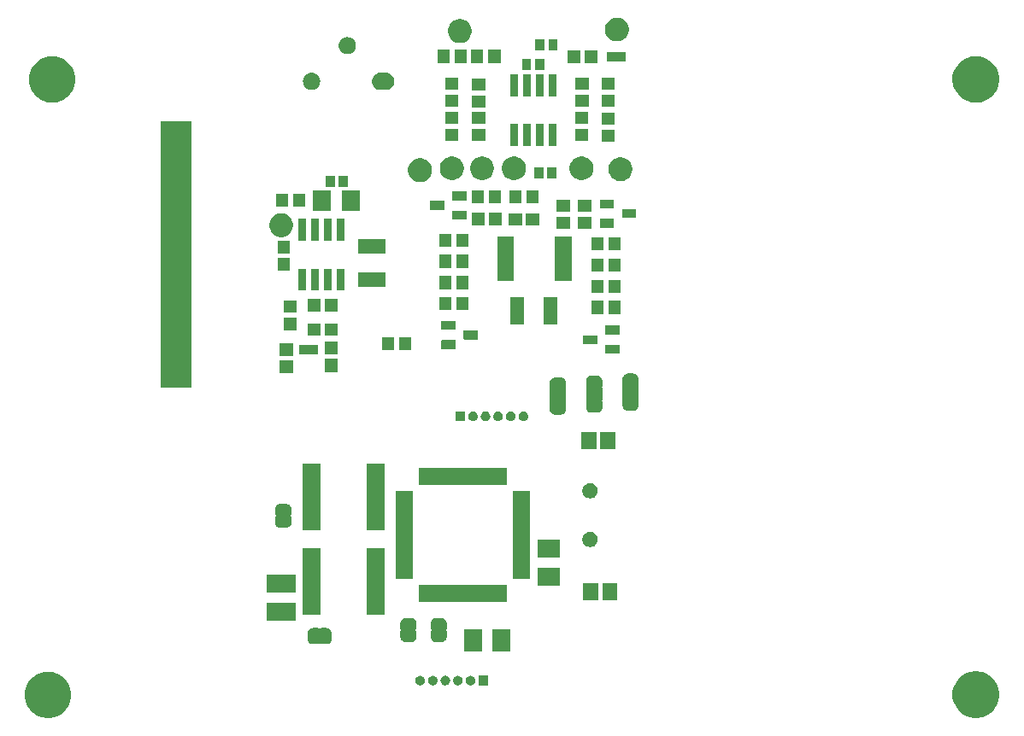
<source format=gbr>
G04 #@! TF.GenerationSoftware,KiCad,Pcbnew,(5.1.2)-2*
G04 #@! TF.CreationDate,2022-01-19T07:15:10-03:00*
G04 #@! TF.ProjectId,MAG_Plus,4d41475f-506c-4757-932e-6b696361645f,rev?*
G04 #@! TF.SameCoordinates,Original*
G04 #@! TF.FileFunction,Soldermask,Top*
G04 #@! TF.FilePolarity,Negative*
%FSLAX46Y46*%
G04 Gerber Fmt 4.6, Leading zero omitted, Abs format (unit mm)*
G04 Created by KiCad (PCBNEW (5.1.2)-2) date 2022-01-19 07:15:10*
%MOMM*%
%LPD*%
G04 APERTURE LIST*
%ADD10C,0.100000*%
G04 APERTURE END LIST*
D10*
G36*
X15258903Y-81563213D02*
G01*
X15481177Y-81607426D01*
X15899932Y-81780880D01*
X16276802Y-82032696D01*
X16597304Y-82353198D01*
X16849120Y-82730068D01*
X17022574Y-83148823D01*
X17111000Y-83593371D01*
X17111000Y-84046629D01*
X17022574Y-84491177D01*
X16849120Y-84909932D01*
X16597304Y-85286802D01*
X16276802Y-85607304D01*
X15899932Y-85859120D01*
X15481177Y-86032574D01*
X15258903Y-86076787D01*
X15036630Y-86121000D01*
X14583370Y-86121000D01*
X14361097Y-86076787D01*
X14138823Y-86032574D01*
X13720068Y-85859120D01*
X13343198Y-85607304D01*
X13022696Y-85286802D01*
X12770880Y-84909932D01*
X12597426Y-84491177D01*
X12509000Y-84046629D01*
X12509000Y-83593371D01*
X12597426Y-83148823D01*
X12770880Y-82730068D01*
X13022696Y-82353198D01*
X13343198Y-82032696D01*
X13720068Y-81780880D01*
X14138823Y-81607426D01*
X14361097Y-81563213D01*
X14583370Y-81519000D01*
X15036630Y-81519000D01*
X15258903Y-81563213D01*
X15258903Y-81563213D01*
G37*
G36*
X107148903Y-81553213D02*
G01*
X107371177Y-81597426D01*
X107789932Y-81770880D01*
X108166802Y-82022696D01*
X108487304Y-82343198D01*
X108739120Y-82720068D01*
X108912574Y-83138823D01*
X109001000Y-83583371D01*
X109001000Y-84036629D01*
X108912574Y-84481177D01*
X108739120Y-84899932D01*
X108487304Y-85276802D01*
X108166802Y-85597304D01*
X107789932Y-85849120D01*
X107371177Y-86022574D01*
X107148903Y-86066787D01*
X106926630Y-86111000D01*
X106473370Y-86111000D01*
X106251097Y-86066787D01*
X106028823Y-86022574D01*
X105610068Y-85849120D01*
X105233198Y-85597304D01*
X104912696Y-85276802D01*
X104660880Y-84899932D01*
X104487426Y-84481177D01*
X104399000Y-84036629D01*
X104399000Y-83583371D01*
X104487426Y-83138823D01*
X104660880Y-82720068D01*
X104912696Y-82343198D01*
X105233198Y-82022696D01*
X105610068Y-81770880D01*
X106028823Y-81597426D01*
X106251097Y-81553213D01*
X106473370Y-81509000D01*
X106926630Y-81509000D01*
X107148903Y-81553213D01*
X107148903Y-81553213D01*
G37*
G36*
X56788843Y-81942292D02*
G01*
X56839588Y-81963311D01*
X56875470Y-81978174D01*
X56953432Y-82030267D01*
X57019733Y-82096568D01*
X57071826Y-82174530D01*
X57071826Y-82174531D01*
X57107708Y-82261157D01*
X57126000Y-82353117D01*
X57126000Y-82446883D01*
X57107708Y-82538843D01*
X57086689Y-82589588D01*
X57071826Y-82625470D01*
X57019733Y-82703432D01*
X56953432Y-82769733D01*
X56875470Y-82821826D01*
X56839588Y-82836689D01*
X56788843Y-82857708D01*
X56696883Y-82876000D01*
X56603117Y-82876000D01*
X56511157Y-82857708D01*
X56460412Y-82836689D01*
X56424530Y-82821826D01*
X56346568Y-82769733D01*
X56280267Y-82703432D01*
X56228174Y-82625470D01*
X56213311Y-82589588D01*
X56192292Y-82538843D01*
X56174000Y-82446883D01*
X56174000Y-82353117D01*
X56192292Y-82261157D01*
X56228174Y-82174531D01*
X56228174Y-82174530D01*
X56280267Y-82096568D01*
X56346568Y-82030267D01*
X56424530Y-81978174D01*
X56460412Y-81963311D01*
X56511157Y-81942292D01*
X56603117Y-81924000D01*
X56696883Y-81924000D01*
X56788843Y-81942292D01*
X56788843Y-81942292D01*
G37*
G36*
X58376000Y-82876000D02*
G01*
X57424000Y-82876000D01*
X57424000Y-81924000D01*
X58376000Y-81924000D01*
X58376000Y-82876000D01*
X58376000Y-82876000D01*
G37*
G36*
X51788843Y-81942292D02*
G01*
X51839588Y-81963311D01*
X51875470Y-81978174D01*
X51953432Y-82030267D01*
X52019733Y-82096568D01*
X52071826Y-82174530D01*
X52071826Y-82174531D01*
X52107708Y-82261157D01*
X52126000Y-82353117D01*
X52126000Y-82446883D01*
X52107708Y-82538843D01*
X52086689Y-82589588D01*
X52071826Y-82625470D01*
X52019733Y-82703432D01*
X51953432Y-82769733D01*
X51875470Y-82821826D01*
X51839588Y-82836689D01*
X51788843Y-82857708D01*
X51696883Y-82876000D01*
X51603117Y-82876000D01*
X51511157Y-82857708D01*
X51460412Y-82836689D01*
X51424530Y-82821826D01*
X51346568Y-82769733D01*
X51280267Y-82703432D01*
X51228174Y-82625470D01*
X51213311Y-82589588D01*
X51192292Y-82538843D01*
X51174000Y-82446883D01*
X51174000Y-82353117D01*
X51192292Y-82261157D01*
X51228174Y-82174531D01*
X51228174Y-82174530D01*
X51280267Y-82096568D01*
X51346568Y-82030267D01*
X51424530Y-81978174D01*
X51460412Y-81963311D01*
X51511157Y-81942292D01*
X51603117Y-81924000D01*
X51696883Y-81924000D01*
X51788843Y-81942292D01*
X51788843Y-81942292D01*
G37*
G36*
X53038843Y-81942292D02*
G01*
X53089588Y-81963311D01*
X53125470Y-81978174D01*
X53203432Y-82030267D01*
X53269733Y-82096568D01*
X53321826Y-82174530D01*
X53321826Y-82174531D01*
X53357708Y-82261157D01*
X53376000Y-82353117D01*
X53376000Y-82446883D01*
X53357708Y-82538843D01*
X53336689Y-82589588D01*
X53321826Y-82625470D01*
X53269733Y-82703432D01*
X53203432Y-82769733D01*
X53125470Y-82821826D01*
X53089588Y-82836689D01*
X53038843Y-82857708D01*
X52946883Y-82876000D01*
X52853117Y-82876000D01*
X52761157Y-82857708D01*
X52710412Y-82836689D01*
X52674530Y-82821826D01*
X52596568Y-82769733D01*
X52530267Y-82703432D01*
X52478174Y-82625470D01*
X52463311Y-82589588D01*
X52442292Y-82538843D01*
X52424000Y-82446883D01*
X52424000Y-82353117D01*
X52442292Y-82261157D01*
X52478174Y-82174531D01*
X52478174Y-82174530D01*
X52530267Y-82096568D01*
X52596568Y-82030267D01*
X52674530Y-81978174D01*
X52710412Y-81963311D01*
X52761157Y-81942292D01*
X52853117Y-81924000D01*
X52946883Y-81924000D01*
X53038843Y-81942292D01*
X53038843Y-81942292D01*
G37*
G36*
X55538843Y-81942292D02*
G01*
X55589588Y-81963311D01*
X55625470Y-81978174D01*
X55703432Y-82030267D01*
X55769733Y-82096568D01*
X55821826Y-82174530D01*
X55821826Y-82174531D01*
X55857708Y-82261157D01*
X55876000Y-82353117D01*
X55876000Y-82446883D01*
X55857708Y-82538843D01*
X55836689Y-82589588D01*
X55821826Y-82625470D01*
X55769733Y-82703432D01*
X55703432Y-82769733D01*
X55625470Y-82821826D01*
X55589588Y-82836689D01*
X55538843Y-82857708D01*
X55446883Y-82876000D01*
X55353117Y-82876000D01*
X55261157Y-82857708D01*
X55210412Y-82836689D01*
X55174530Y-82821826D01*
X55096568Y-82769733D01*
X55030267Y-82703432D01*
X54978174Y-82625470D01*
X54963311Y-82589588D01*
X54942292Y-82538843D01*
X54924000Y-82446883D01*
X54924000Y-82353117D01*
X54942292Y-82261157D01*
X54978174Y-82174531D01*
X54978174Y-82174530D01*
X55030267Y-82096568D01*
X55096568Y-82030267D01*
X55174530Y-81978174D01*
X55210412Y-81963311D01*
X55261157Y-81942292D01*
X55353117Y-81924000D01*
X55446883Y-81924000D01*
X55538843Y-81942292D01*
X55538843Y-81942292D01*
G37*
G36*
X54288843Y-81942292D02*
G01*
X54339588Y-81963311D01*
X54375470Y-81978174D01*
X54453432Y-82030267D01*
X54519733Y-82096568D01*
X54571826Y-82174530D01*
X54571826Y-82174531D01*
X54607708Y-82261157D01*
X54626000Y-82353117D01*
X54626000Y-82446883D01*
X54607708Y-82538843D01*
X54586689Y-82589588D01*
X54571826Y-82625470D01*
X54519733Y-82703432D01*
X54453432Y-82769733D01*
X54375470Y-82821826D01*
X54339588Y-82836689D01*
X54288843Y-82857708D01*
X54196883Y-82876000D01*
X54103117Y-82876000D01*
X54011157Y-82857708D01*
X53960412Y-82836689D01*
X53924530Y-82821826D01*
X53846568Y-82769733D01*
X53780267Y-82703432D01*
X53728174Y-82625470D01*
X53713311Y-82589588D01*
X53692292Y-82538843D01*
X53674000Y-82446883D01*
X53674000Y-82353117D01*
X53692292Y-82261157D01*
X53728174Y-82174531D01*
X53728174Y-82174530D01*
X53780267Y-82096568D01*
X53846568Y-82030267D01*
X53924530Y-81978174D01*
X53960412Y-81963311D01*
X54011157Y-81942292D01*
X54103117Y-81924000D01*
X54196883Y-81924000D01*
X54288843Y-81942292D01*
X54288843Y-81942292D01*
G37*
G36*
X57801600Y-79501600D02*
G01*
X55998400Y-79501600D01*
X55998400Y-77298400D01*
X57801600Y-77298400D01*
X57801600Y-79501600D01*
X57801600Y-79501600D01*
G37*
G36*
X60601600Y-79501600D02*
G01*
X58798400Y-79501600D01*
X58798400Y-77298400D01*
X60601600Y-77298400D01*
X60601600Y-79501600D01*
X60601600Y-79501600D01*
G37*
G36*
X41559999Y-77199737D02*
G01*
X41569608Y-77202652D01*
X41578472Y-77207390D01*
X41586237Y-77213763D01*
X41596448Y-77226206D01*
X41603378Y-77236575D01*
X41620705Y-77253902D01*
X41641080Y-77267515D01*
X41663720Y-77276891D01*
X41687753Y-77281671D01*
X41712257Y-77281670D01*
X41736290Y-77276888D01*
X41758929Y-77267510D01*
X41779302Y-77253895D01*
X41796629Y-77236568D01*
X41803558Y-77226198D01*
X41813763Y-77213763D01*
X41821528Y-77207390D01*
X41830392Y-77202652D01*
X41840001Y-77199737D01*
X41856140Y-77198148D01*
X42343861Y-77198148D01*
X42362199Y-77199954D01*
X42374450Y-77200556D01*
X42392869Y-77200556D01*
X42415149Y-77202750D01*
X42499233Y-77219476D01*
X42520660Y-77225976D01*
X42599858Y-77258780D01*
X42605303Y-77261691D01*
X42605309Y-77261693D01*
X42614169Y-77266429D01*
X42614173Y-77266432D01*
X42619614Y-77269340D01*
X42690899Y-77316971D01*
X42708204Y-77331172D01*
X42768828Y-77391796D01*
X42783029Y-77409101D01*
X42830660Y-77480386D01*
X42833568Y-77485827D01*
X42833571Y-77485831D01*
X42838307Y-77494691D01*
X42838309Y-77494697D01*
X42841220Y-77500142D01*
X42874024Y-77579340D01*
X42880524Y-77600767D01*
X42897250Y-77684851D01*
X42899444Y-77707131D01*
X42899444Y-77725550D01*
X42900046Y-77737801D01*
X42901852Y-77756139D01*
X42901852Y-78243862D01*
X42900046Y-78262199D01*
X42899444Y-78274450D01*
X42899444Y-78292869D01*
X42897250Y-78315149D01*
X42880524Y-78399233D01*
X42874024Y-78420660D01*
X42841220Y-78499858D01*
X42838309Y-78505303D01*
X42838307Y-78505309D01*
X42833571Y-78514169D01*
X42833568Y-78514173D01*
X42830660Y-78519614D01*
X42783029Y-78590899D01*
X42768828Y-78608204D01*
X42708204Y-78668828D01*
X42690899Y-78683029D01*
X42619614Y-78730660D01*
X42614173Y-78733568D01*
X42614169Y-78733571D01*
X42605309Y-78738307D01*
X42605303Y-78738309D01*
X42599858Y-78741220D01*
X42520660Y-78774024D01*
X42499233Y-78780524D01*
X42415149Y-78797250D01*
X42392869Y-78799444D01*
X42374450Y-78799444D01*
X42362199Y-78800046D01*
X42343862Y-78801852D01*
X41856140Y-78801852D01*
X41840001Y-78800263D01*
X41830392Y-78797348D01*
X41821528Y-78792610D01*
X41813763Y-78786237D01*
X41803552Y-78773794D01*
X41796622Y-78763425D01*
X41779295Y-78746098D01*
X41758920Y-78732485D01*
X41736280Y-78723109D01*
X41712247Y-78718329D01*
X41687743Y-78718330D01*
X41663710Y-78723112D01*
X41641071Y-78732490D01*
X41620698Y-78746105D01*
X41603371Y-78763432D01*
X41596442Y-78773802D01*
X41586237Y-78786237D01*
X41578472Y-78792610D01*
X41569608Y-78797348D01*
X41559999Y-78800263D01*
X41543860Y-78801852D01*
X41056138Y-78801852D01*
X41037801Y-78800046D01*
X41025550Y-78799444D01*
X41007131Y-78799444D01*
X40984851Y-78797250D01*
X40900767Y-78780524D01*
X40879340Y-78774024D01*
X40800142Y-78741220D01*
X40794697Y-78738309D01*
X40794691Y-78738307D01*
X40785831Y-78733571D01*
X40785827Y-78733568D01*
X40780386Y-78730660D01*
X40709101Y-78683029D01*
X40691796Y-78668828D01*
X40631172Y-78608204D01*
X40616971Y-78590899D01*
X40569340Y-78519614D01*
X40566432Y-78514173D01*
X40566429Y-78514169D01*
X40561693Y-78505309D01*
X40561691Y-78505303D01*
X40558780Y-78499858D01*
X40525976Y-78420660D01*
X40519476Y-78399233D01*
X40502750Y-78315149D01*
X40500556Y-78292869D01*
X40500556Y-78274450D01*
X40499954Y-78262199D01*
X40498148Y-78243862D01*
X40498148Y-77756139D01*
X40499954Y-77737801D01*
X40500556Y-77725550D01*
X40500556Y-77707131D01*
X40502750Y-77684851D01*
X40519476Y-77600767D01*
X40525976Y-77579340D01*
X40558780Y-77500142D01*
X40561691Y-77494697D01*
X40561693Y-77494691D01*
X40566429Y-77485831D01*
X40566432Y-77485827D01*
X40569340Y-77480386D01*
X40616971Y-77409101D01*
X40631172Y-77391796D01*
X40691796Y-77331172D01*
X40709101Y-77316971D01*
X40780386Y-77269340D01*
X40785827Y-77266432D01*
X40785831Y-77266429D01*
X40794691Y-77261693D01*
X40794697Y-77261691D01*
X40800142Y-77258780D01*
X40879340Y-77225976D01*
X40900767Y-77219476D01*
X40984851Y-77202750D01*
X41007131Y-77200556D01*
X41025550Y-77200556D01*
X41037801Y-77199954D01*
X41056139Y-77198148D01*
X41543860Y-77198148D01*
X41559999Y-77199737D01*
X41559999Y-77199737D01*
G37*
G36*
X50762199Y-76199954D02*
G01*
X50774450Y-76200556D01*
X50792869Y-76200556D01*
X50815149Y-76202750D01*
X50899233Y-76219476D01*
X50920660Y-76225976D01*
X50999858Y-76258780D01*
X51005303Y-76261691D01*
X51005309Y-76261693D01*
X51014169Y-76266429D01*
X51014173Y-76266432D01*
X51019614Y-76269340D01*
X51090899Y-76316971D01*
X51108204Y-76331172D01*
X51168828Y-76391796D01*
X51183029Y-76409101D01*
X51230660Y-76480386D01*
X51233568Y-76485827D01*
X51233571Y-76485831D01*
X51238307Y-76494691D01*
X51238309Y-76494697D01*
X51241220Y-76500142D01*
X51274024Y-76579340D01*
X51280524Y-76600767D01*
X51297250Y-76684851D01*
X51299444Y-76707131D01*
X51299444Y-76725550D01*
X51300046Y-76737801D01*
X51301852Y-76756139D01*
X51301852Y-77243860D01*
X51300263Y-77259999D01*
X51297348Y-77269608D01*
X51292610Y-77278472D01*
X51286237Y-77286237D01*
X51273794Y-77296448D01*
X51263425Y-77303378D01*
X51246098Y-77320705D01*
X51232485Y-77341080D01*
X51223109Y-77363720D01*
X51218329Y-77387753D01*
X51218330Y-77412257D01*
X51223112Y-77436290D01*
X51232490Y-77458929D01*
X51246105Y-77479302D01*
X51263432Y-77496629D01*
X51273802Y-77503558D01*
X51286237Y-77513763D01*
X51292610Y-77521528D01*
X51297348Y-77530392D01*
X51300263Y-77540001D01*
X51301852Y-77556140D01*
X51301852Y-78043862D01*
X51300046Y-78062199D01*
X51299444Y-78074450D01*
X51299444Y-78092869D01*
X51297250Y-78115149D01*
X51280524Y-78199233D01*
X51274024Y-78220660D01*
X51241220Y-78299858D01*
X51238309Y-78305303D01*
X51238307Y-78305309D01*
X51233571Y-78314169D01*
X51233568Y-78314173D01*
X51230660Y-78319614D01*
X51183029Y-78390899D01*
X51168828Y-78408204D01*
X51108204Y-78468828D01*
X51090899Y-78483029D01*
X51019614Y-78530660D01*
X51014173Y-78533568D01*
X51014169Y-78533571D01*
X51005309Y-78538307D01*
X51005303Y-78538309D01*
X50999858Y-78541220D01*
X50920660Y-78574024D01*
X50899233Y-78580524D01*
X50815149Y-78597250D01*
X50792869Y-78599444D01*
X50774450Y-78599444D01*
X50762199Y-78600046D01*
X50743862Y-78601852D01*
X50256138Y-78601852D01*
X50237801Y-78600046D01*
X50225550Y-78599444D01*
X50207131Y-78599444D01*
X50184851Y-78597250D01*
X50100767Y-78580524D01*
X50079340Y-78574024D01*
X50000142Y-78541220D01*
X49994697Y-78538309D01*
X49994691Y-78538307D01*
X49985831Y-78533571D01*
X49985827Y-78533568D01*
X49980386Y-78530660D01*
X49909101Y-78483029D01*
X49891796Y-78468828D01*
X49831172Y-78408204D01*
X49816971Y-78390899D01*
X49769340Y-78319614D01*
X49766432Y-78314173D01*
X49766429Y-78314169D01*
X49761693Y-78305309D01*
X49761691Y-78305303D01*
X49758780Y-78299858D01*
X49725976Y-78220660D01*
X49719476Y-78199233D01*
X49702750Y-78115149D01*
X49700556Y-78092869D01*
X49700556Y-78074450D01*
X49699954Y-78062199D01*
X49698148Y-78043862D01*
X49698148Y-77556140D01*
X49699737Y-77540001D01*
X49702652Y-77530392D01*
X49707390Y-77521528D01*
X49713763Y-77513763D01*
X49726206Y-77503552D01*
X49736575Y-77496622D01*
X49753902Y-77479295D01*
X49767515Y-77458920D01*
X49776891Y-77436280D01*
X49781671Y-77412247D01*
X49781670Y-77387743D01*
X49776888Y-77363710D01*
X49767510Y-77341071D01*
X49753895Y-77320698D01*
X49736568Y-77303371D01*
X49726198Y-77296442D01*
X49713763Y-77286237D01*
X49707390Y-77278472D01*
X49702652Y-77269608D01*
X49699737Y-77259999D01*
X49698148Y-77243860D01*
X49698148Y-76756139D01*
X49699954Y-76737801D01*
X49700556Y-76725550D01*
X49700556Y-76707131D01*
X49702750Y-76684851D01*
X49719476Y-76600767D01*
X49725976Y-76579340D01*
X49758780Y-76500142D01*
X49761691Y-76494697D01*
X49761693Y-76494691D01*
X49766429Y-76485831D01*
X49766432Y-76485827D01*
X49769340Y-76480386D01*
X49816971Y-76409101D01*
X49831172Y-76391796D01*
X49891796Y-76331172D01*
X49909101Y-76316971D01*
X49980386Y-76269340D01*
X49985827Y-76266432D01*
X49985831Y-76266429D01*
X49994691Y-76261693D01*
X49994697Y-76261691D01*
X50000142Y-76258780D01*
X50079340Y-76225976D01*
X50100767Y-76219476D01*
X50184851Y-76202750D01*
X50207131Y-76200556D01*
X50225550Y-76200556D01*
X50237801Y-76199954D01*
X50256139Y-76198148D01*
X50743861Y-76198148D01*
X50762199Y-76199954D01*
X50762199Y-76199954D01*
G37*
G36*
X53762199Y-76199954D02*
G01*
X53774450Y-76200556D01*
X53792869Y-76200556D01*
X53815149Y-76202750D01*
X53899233Y-76219476D01*
X53920660Y-76225976D01*
X53999858Y-76258780D01*
X54005303Y-76261691D01*
X54005309Y-76261693D01*
X54014169Y-76266429D01*
X54014173Y-76266432D01*
X54019614Y-76269340D01*
X54090899Y-76316971D01*
X54108204Y-76331172D01*
X54168828Y-76391796D01*
X54183029Y-76409101D01*
X54230660Y-76480386D01*
X54233568Y-76485827D01*
X54233571Y-76485831D01*
X54238307Y-76494691D01*
X54238309Y-76494697D01*
X54241220Y-76500142D01*
X54274024Y-76579340D01*
X54280524Y-76600767D01*
X54297250Y-76684851D01*
X54299444Y-76707131D01*
X54299444Y-76725550D01*
X54300046Y-76737801D01*
X54301852Y-76756139D01*
X54301852Y-77243860D01*
X54300263Y-77259999D01*
X54297348Y-77269608D01*
X54292610Y-77278472D01*
X54286237Y-77286237D01*
X54273794Y-77296448D01*
X54263425Y-77303378D01*
X54246098Y-77320705D01*
X54232485Y-77341080D01*
X54223109Y-77363720D01*
X54218329Y-77387753D01*
X54218330Y-77412257D01*
X54223112Y-77436290D01*
X54232490Y-77458929D01*
X54246105Y-77479302D01*
X54263432Y-77496629D01*
X54273802Y-77503558D01*
X54286237Y-77513763D01*
X54292610Y-77521528D01*
X54297348Y-77530392D01*
X54300263Y-77540001D01*
X54301852Y-77556140D01*
X54301852Y-78043862D01*
X54300046Y-78062199D01*
X54299444Y-78074450D01*
X54299444Y-78092869D01*
X54297250Y-78115149D01*
X54280524Y-78199233D01*
X54274024Y-78220660D01*
X54241220Y-78299858D01*
X54238309Y-78305303D01*
X54238307Y-78305309D01*
X54233571Y-78314169D01*
X54233568Y-78314173D01*
X54230660Y-78319614D01*
X54183029Y-78390899D01*
X54168828Y-78408204D01*
X54108204Y-78468828D01*
X54090899Y-78483029D01*
X54019614Y-78530660D01*
X54014173Y-78533568D01*
X54014169Y-78533571D01*
X54005309Y-78538307D01*
X54005303Y-78538309D01*
X53999858Y-78541220D01*
X53920660Y-78574024D01*
X53899233Y-78580524D01*
X53815149Y-78597250D01*
X53792869Y-78599444D01*
X53774450Y-78599444D01*
X53762199Y-78600046D01*
X53743862Y-78601852D01*
X53256138Y-78601852D01*
X53237801Y-78600046D01*
X53225550Y-78599444D01*
X53207131Y-78599444D01*
X53184851Y-78597250D01*
X53100767Y-78580524D01*
X53079340Y-78574024D01*
X53000142Y-78541220D01*
X52994697Y-78538309D01*
X52994691Y-78538307D01*
X52985831Y-78533571D01*
X52985827Y-78533568D01*
X52980386Y-78530660D01*
X52909101Y-78483029D01*
X52891796Y-78468828D01*
X52831172Y-78408204D01*
X52816971Y-78390899D01*
X52769340Y-78319614D01*
X52766432Y-78314173D01*
X52766429Y-78314169D01*
X52761693Y-78305309D01*
X52761691Y-78305303D01*
X52758780Y-78299858D01*
X52725976Y-78220660D01*
X52719476Y-78199233D01*
X52702750Y-78115149D01*
X52700556Y-78092869D01*
X52700556Y-78074450D01*
X52699954Y-78062199D01*
X52698148Y-78043862D01*
X52698148Y-77556140D01*
X52699737Y-77540001D01*
X52702652Y-77530392D01*
X52707390Y-77521528D01*
X52713763Y-77513763D01*
X52726206Y-77503552D01*
X52736575Y-77496622D01*
X52753902Y-77479295D01*
X52767515Y-77458920D01*
X52776891Y-77436280D01*
X52781671Y-77412247D01*
X52781670Y-77387743D01*
X52776888Y-77363710D01*
X52767510Y-77341071D01*
X52753895Y-77320698D01*
X52736568Y-77303371D01*
X52726198Y-77296442D01*
X52713763Y-77286237D01*
X52707390Y-77278472D01*
X52702652Y-77269608D01*
X52699737Y-77259999D01*
X52698148Y-77243860D01*
X52698148Y-76756139D01*
X52699954Y-76737801D01*
X52700556Y-76725550D01*
X52700556Y-76707131D01*
X52702750Y-76684851D01*
X52719476Y-76600767D01*
X52725976Y-76579340D01*
X52758780Y-76500142D01*
X52761691Y-76494697D01*
X52761693Y-76494691D01*
X52766429Y-76485831D01*
X52766432Y-76485827D01*
X52769340Y-76480386D01*
X52816971Y-76409101D01*
X52831172Y-76391796D01*
X52891796Y-76331172D01*
X52909101Y-76316971D01*
X52980386Y-76269340D01*
X52985827Y-76266432D01*
X52985831Y-76266429D01*
X52994691Y-76261693D01*
X52994697Y-76261691D01*
X53000142Y-76258780D01*
X53079340Y-76225976D01*
X53100767Y-76219476D01*
X53184851Y-76202750D01*
X53207131Y-76200556D01*
X53225550Y-76200556D01*
X53237801Y-76199954D01*
X53256139Y-76198148D01*
X53743861Y-76198148D01*
X53762199Y-76199954D01*
X53762199Y-76199954D01*
G37*
G36*
X39351600Y-76501600D02*
G01*
X36448400Y-76501600D01*
X36448400Y-74698400D01*
X39351600Y-74698400D01*
X39351600Y-76501600D01*
X39351600Y-76501600D01*
G37*
G36*
X48176600Y-75864850D02*
G01*
X46373400Y-75864850D01*
X46373400Y-69303400D01*
X48176600Y-69303400D01*
X48176600Y-75864850D01*
X48176600Y-75864850D01*
G37*
G36*
X41826600Y-75864850D02*
G01*
X40023400Y-75864850D01*
X40023400Y-69303400D01*
X41826600Y-69303400D01*
X41826600Y-75864850D01*
X41826600Y-75864850D01*
G37*
G36*
X60251600Y-74651600D02*
G01*
X51548400Y-74651600D01*
X51548400Y-72948400D01*
X60251600Y-72948400D01*
X60251600Y-74651600D01*
X60251600Y-74651600D01*
G37*
G36*
X71201600Y-74451600D02*
G01*
X69698400Y-74451600D01*
X69698400Y-72748400D01*
X71201600Y-72748400D01*
X71201600Y-74451600D01*
X71201600Y-74451600D01*
G37*
G36*
X69301600Y-74451600D02*
G01*
X67798400Y-74451600D01*
X67798400Y-72748400D01*
X69301600Y-72748400D01*
X69301600Y-74451600D01*
X69301600Y-74451600D01*
G37*
G36*
X39351600Y-73701600D02*
G01*
X36448400Y-73701600D01*
X36448400Y-71898400D01*
X39351600Y-71898400D01*
X39351600Y-73701600D01*
X39351600Y-73701600D01*
G37*
G36*
X65501600Y-73001600D02*
G01*
X63298400Y-73001600D01*
X63298400Y-71198400D01*
X65501600Y-71198400D01*
X65501600Y-73001600D01*
X65501600Y-73001600D01*
G37*
G36*
X62551600Y-72351600D02*
G01*
X60848400Y-72351600D01*
X60848400Y-63648400D01*
X62551600Y-63648400D01*
X62551600Y-72351600D01*
X62551600Y-72351600D01*
G37*
G36*
X50951600Y-72351600D02*
G01*
X49248400Y-72351600D01*
X49248400Y-63648400D01*
X50951600Y-63648400D01*
X50951600Y-72351600D01*
X50951600Y-72351600D01*
G37*
G36*
X65501600Y-70201600D02*
G01*
X63298400Y-70201600D01*
X63298400Y-68398400D01*
X65501600Y-68398400D01*
X65501600Y-70201600D01*
X65501600Y-70201600D01*
G37*
G36*
X68673195Y-67670522D02*
G01*
X68722267Y-67680283D01*
X68860942Y-67737724D01*
X68985747Y-67821116D01*
X69091884Y-67927253D01*
X69175276Y-68052058D01*
X69232717Y-68190733D01*
X69262000Y-68337950D01*
X69262000Y-68488050D01*
X69232717Y-68635267D01*
X69175276Y-68773942D01*
X69091884Y-68898747D01*
X68985747Y-69004884D01*
X68860942Y-69088276D01*
X68722267Y-69145717D01*
X68673195Y-69155478D01*
X68575052Y-69175000D01*
X68424948Y-69175000D01*
X68326805Y-69155478D01*
X68277733Y-69145717D01*
X68139058Y-69088276D01*
X68014253Y-69004884D01*
X67908116Y-68898747D01*
X67824724Y-68773942D01*
X67767283Y-68635267D01*
X67738000Y-68488050D01*
X67738000Y-68337950D01*
X67767283Y-68190733D01*
X67824724Y-68052058D01*
X67908116Y-67927253D01*
X68014253Y-67821116D01*
X68139058Y-67737724D01*
X68277733Y-67680283D01*
X68326805Y-67670522D01*
X68424948Y-67651000D01*
X68575052Y-67651000D01*
X68673195Y-67670522D01*
X68673195Y-67670522D01*
G37*
G36*
X41826600Y-67464850D02*
G01*
X40023400Y-67464850D01*
X40023400Y-60903400D01*
X41826600Y-60903400D01*
X41826600Y-67464850D01*
X41826600Y-67464850D01*
G37*
G36*
X48176600Y-67464850D02*
G01*
X46373400Y-67464850D01*
X46373400Y-60903400D01*
X48176600Y-60903400D01*
X48176600Y-67464850D01*
X48176600Y-67464850D01*
G37*
G36*
X38362199Y-64874955D02*
G01*
X38374450Y-64875557D01*
X38392869Y-64875557D01*
X38415149Y-64877751D01*
X38499233Y-64894477D01*
X38520660Y-64900977D01*
X38599858Y-64933781D01*
X38605303Y-64936692D01*
X38605309Y-64936694D01*
X38614169Y-64941430D01*
X38614173Y-64941433D01*
X38619614Y-64944341D01*
X38690899Y-64991972D01*
X38708204Y-65006173D01*
X38768828Y-65066797D01*
X38783029Y-65084102D01*
X38830660Y-65155387D01*
X38833568Y-65160828D01*
X38833571Y-65160832D01*
X38838307Y-65169692D01*
X38838309Y-65169698D01*
X38841220Y-65175143D01*
X38874024Y-65254341D01*
X38880524Y-65275768D01*
X38897250Y-65359852D01*
X38899444Y-65382132D01*
X38899444Y-65400551D01*
X38900046Y-65412802D01*
X38901852Y-65431140D01*
X38901852Y-65918861D01*
X38900263Y-65935000D01*
X38897348Y-65944609D01*
X38892610Y-65953473D01*
X38886237Y-65961238D01*
X38873794Y-65971449D01*
X38863425Y-65978379D01*
X38846098Y-65995706D01*
X38832485Y-66016081D01*
X38823109Y-66038721D01*
X38818329Y-66062754D01*
X38818330Y-66087258D01*
X38823112Y-66111291D01*
X38832490Y-66133930D01*
X38846105Y-66154303D01*
X38863432Y-66171630D01*
X38873802Y-66178559D01*
X38886237Y-66188764D01*
X38892610Y-66196529D01*
X38897348Y-66205393D01*
X38900263Y-66215002D01*
X38901852Y-66231141D01*
X38901852Y-66718863D01*
X38900046Y-66737200D01*
X38899444Y-66749451D01*
X38899444Y-66767870D01*
X38897250Y-66790150D01*
X38880524Y-66874234D01*
X38874024Y-66895661D01*
X38841220Y-66974859D01*
X38838309Y-66980304D01*
X38838307Y-66980310D01*
X38833571Y-66989170D01*
X38833568Y-66989174D01*
X38830660Y-66994615D01*
X38783029Y-67065900D01*
X38768828Y-67083205D01*
X38708204Y-67143829D01*
X38690899Y-67158030D01*
X38619614Y-67205661D01*
X38614173Y-67208569D01*
X38614169Y-67208572D01*
X38605309Y-67213308D01*
X38605303Y-67213310D01*
X38599858Y-67216221D01*
X38520660Y-67249025D01*
X38499233Y-67255525D01*
X38415149Y-67272251D01*
X38392869Y-67274445D01*
X38374450Y-67274445D01*
X38362199Y-67275047D01*
X38343862Y-67276853D01*
X37856138Y-67276853D01*
X37837801Y-67275047D01*
X37825550Y-67274445D01*
X37807131Y-67274445D01*
X37784851Y-67272251D01*
X37700767Y-67255525D01*
X37679340Y-67249025D01*
X37600142Y-67216221D01*
X37594697Y-67213310D01*
X37594691Y-67213308D01*
X37585831Y-67208572D01*
X37585827Y-67208569D01*
X37580386Y-67205661D01*
X37509101Y-67158030D01*
X37491796Y-67143829D01*
X37431172Y-67083205D01*
X37416971Y-67065900D01*
X37369340Y-66994615D01*
X37366432Y-66989174D01*
X37366429Y-66989170D01*
X37361693Y-66980310D01*
X37361691Y-66980304D01*
X37358780Y-66974859D01*
X37325976Y-66895661D01*
X37319476Y-66874234D01*
X37302750Y-66790150D01*
X37300556Y-66767870D01*
X37300556Y-66749451D01*
X37299954Y-66737200D01*
X37298148Y-66718863D01*
X37298148Y-66231141D01*
X37299737Y-66215002D01*
X37302652Y-66205393D01*
X37307390Y-66196529D01*
X37313763Y-66188764D01*
X37326206Y-66178553D01*
X37336575Y-66171623D01*
X37353902Y-66154296D01*
X37367515Y-66133921D01*
X37376891Y-66111281D01*
X37381671Y-66087248D01*
X37381670Y-66062744D01*
X37376888Y-66038711D01*
X37367510Y-66016072D01*
X37353895Y-65995699D01*
X37336568Y-65978372D01*
X37326198Y-65971443D01*
X37313763Y-65961238D01*
X37307390Y-65953473D01*
X37302652Y-65944609D01*
X37299737Y-65935000D01*
X37298148Y-65918861D01*
X37298148Y-65431140D01*
X37299954Y-65412802D01*
X37300556Y-65400551D01*
X37300556Y-65382132D01*
X37302750Y-65359852D01*
X37319476Y-65275768D01*
X37325976Y-65254341D01*
X37358780Y-65175143D01*
X37361691Y-65169698D01*
X37361693Y-65169692D01*
X37366429Y-65160832D01*
X37366432Y-65160828D01*
X37369340Y-65155387D01*
X37416971Y-65084102D01*
X37431172Y-65066797D01*
X37491796Y-65006173D01*
X37509101Y-64991972D01*
X37580386Y-64944341D01*
X37585827Y-64941433D01*
X37585831Y-64941430D01*
X37594691Y-64936694D01*
X37594697Y-64936692D01*
X37600142Y-64933781D01*
X37679340Y-64900977D01*
X37700767Y-64894477D01*
X37784851Y-64877751D01*
X37807131Y-64875557D01*
X37825550Y-64875557D01*
X37837801Y-64874955D01*
X37856139Y-64873149D01*
X38343861Y-64873149D01*
X38362199Y-64874955D01*
X38362199Y-64874955D01*
G37*
G36*
X68673195Y-62844522D02*
G01*
X68722267Y-62854283D01*
X68860942Y-62911724D01*
X68985747Y-62995116D01*
X69091884Y-63101253D01*
X69175276Y-63226058D01*
X69232717Y-63364733D01*
X69262000Y-63511950D01*
X69262000Y-63662050D01*
X69232717Y-63809267D01*
X69175276Y-63947942D01*
X69091884Y-64072747D01*
X68985747Y-64178884D01*
X68860942Y-64262276D01*
X68722267Y-64319717D01*
X68673195Y-64329478D01*
X68575052Y-64349000D01*
X68424948Y-64349000D01*
X68326805Y-64329478D01*
X68277733Y-64319717D01*
X68139058Y-64262276D01*
X68014253Y-64178884D01*
X67908116Y-64072747D01*
X67824724Y-63947942D01*
X67767283Y-63809267D01*
X67738000Y-63662050D01*
X67738000Y-63511950D01*
X67767283Y-63364733D01*
X67824724Y-63226058D01*
X67908116Y-63101253D01*
X68014253Y-62995116D01*
X68139058Y-62911724D01*
X68277733Y-62854283D01*
X68326805Y-62844522D01*
X68424948Y-62825000D01*
X68575052Y-62825000D01*
X68673195Y-62844522D01*
X68673195Y-62844522D01*
G37*
G36*
X60251600Y-63051600D02*
G01*
X51548400Y-63051600D01*
X51548400Y-61348400D01*
X60251600Y-61348400D01*
X60251600Y-63051600D01*
X60251600Y-63051600D01*
G37*
G36*
X69101600Y-59451600D02*
G01*
X67598400Y-59451600D01*
X67598400Y-57748400D01*
X69101600Y-57748400D01*
X69101600Y-59451600D01*
X69101600Y-59451600D01*
G37*
G36*
X71001600Y-59451600D02*
G01*
X69498400Y-59451600D01*
X69498400Y-57748400D01*
X71001600Y-57748400D01*
X71001600Y-59451600D01*
X71001600Y-59451600D01*
G37*
G36*
X60768843Y-55732292D02*
G01*
X60819588Y-55753311D01*
X60855470Y-55768174D01*
X60933432Y-55820267D01*
X60999733Y-55886568D01*
X61051826Y-55964530D01*
X61062881Y-55991220D01*
X61087708Y-56051157D01*
X61106000Y-56143117D01*
X61106000Y-56236883D01*
X61087708Y-56328843D01*
X61066689Y-56379588D01*
X61051826Y-56415470D01*
X60999733Y-56493432D01*
X60933432Y-56559733D01*
X60855470Y-56611826D01*
X60819588Y-56626689D01*
X60768843Y-56647708D01*
X60676883Y-56666000D01*
X60583117Y-56666000D01*
X60491157Y-56647708D01*
X60440412Y-56626689D01*
X60404530Y-56611826D01*
X60326568Y-56559733D01*
X60260267Y-56493432D01*
X60208174Y-56415470D01*
X60193311Y-56379588D01*
X60172292Y-56328843D01*
X60154000Y-56236883D01*
X60154000Y-56143117D01*
X60172292Y-56051157D01*
X60197119Y-55991220D01*
X60208174Y-55964530D01*
X60260267Y-55886568D01*
X60326568Y-55820267D01*
X60404530Y-55768174D01*
X60440412Y-55753311D01*
X60491157Y-55732292D01*
X60583117Y-55714000D01*
X60676883Y-55714000D01*
X60768843Y-55732292D01*
X60768843Y-55732292D01*
G37*
G36*
X56106000Y-56666000D02*
G01*
X55154000Y-56666000D01*
X55154000Y-55714000D01*
X56106000Y-55714000D01*
X56106000Y-56666000D01*
X56106000Y-56666000D01*
G37*
G36*
X57018843Y-55732292D02*
G01*
X57069588Y-55753311D01*
X57105470Y-55768174D01*
X57183432Y-55820267D01*
X57249733Y-55886568D01*
X57301826Y-55964530D01*
X57312881Y-55991220D01*
X57337708Y-56051157D01*
X57356000Y-56143117D01*
X57356000Y-56236883D01*
X57337708Y-56328843D01*
X57316689Y-56379588D01*
X57301826Y-56415470D01*
X57249733Y-56493432D01*
X57183432Y-56559733D01*
X57105470Y-56611826D01*
X57069588Y-56626689D01*
X57018843Y-56647708D01*
X56926883Y-56666000D01*
X56833117Y-56666000D01*
X56741157Y-56647708D01*
X56690412Y-56626689D01*
X56654530Y-56611826D01*
X56576568Y-56559733D01*
X56510267Y-56493432D01*
X56458174Y-56415470D01*
X56443311Y-56379588D01*
X56422292Y-56328843D01*
X56404000Y-56236883D01*
X56404000Y-56143117D01*
X56422292Y-56051157D01*
X56447119Y-55991220D01*
X56458174Y-55964530D01*
X56510267Y-55886568D01*
X56576568Y-55820267D01*
X56654530Y-55768174D01*
X56690412Y-55753311D01*
X56741157Y-55732292D01*
X56833117Y-55714000D01*
X56926883Y-55714000D01*
X57018843Y-55732292D01*
X57018843Y-55732292D01*
G37*
G36*
X58268843Y-55732292D02*
G01*
X58319588Y-55753311D01*
X58355470Y-55768174D01*
X58433432Y-55820267D01*
X58499733Y-55886568D01*
X58551826Y-55964530D01*
X58562881Y-55991220D01*
X58587708Y-56051157D01*
X58606000Y-56143117D01*
X58606000Y-56236883D01*
X58587708Y-56328843D01*
X58566689Y-56379588D01*
X58551826Y-56415470D01*
X58499733Y-56493432D01*
X58433432Y-56559733D01*
X58355470Y-56611826D01*
X58319588Y-56626689D01*
X58268843Y-56647708D01*
X58176883Y-56666000D01*
X58083117Y-56666000D01*
X57991157Y-56647708D01*
X57940412Y-56626689D01*
X57904530Y-56611826D01*
X57826568Y-56559733D01*
X57760267Y-56493432D01*
X57708174Y-56415470D01*
X57693311Y-56379588D01*
X57672292Y-56328843D01*
X57654000Y-56236883D01*
X57654000Y-56143117D01*
X57672292Y-56051157D01*
X57697119Y-55991220D01*
X57708174Y-55964530D01*
X57760267Y-55886568D01*
X57826568Y-55820267D01*
X57904530Y-55768174D01*
X57940412Y-55753311D01*
X57991157Y-55732292D01*
X58083117Y-55714000D01*
X58176883Y-55714000D01*
X58268843Y-55732292D01*
X58268843Y-55732292D01*
G37*
G36*
X62018843Y-55732292D02*
G01*
X62069588Y-55753311D01*
X62105470Y-55768174D01*
X62183432Y-55820267D01*
X62249733Y-55886568D01*
X62301826Y-55964530D01*
X62312881Y-55991220D01*
X62337708Y-56051157D01*
X62356000Y-56143117D01*
X62356000Y-56236883D01*
X62337708Y-56328843D01*
X62316689Y-56379588D01*
X62301826Y-56415470D01*
X62249733Y-56493432D01*
X62183432Y-56559733D01*
X62105470Y-56611826D01*
X62069588Y-56626689D01*
X62018843Y-56647708D01*
X61926883Y-56666000D01*
X61833117Y-56666000D01*
X61741157Y-56647708D01*
X61690412Y-56626689D01*
X61654530Y-56611826D01*
X61576568Y-56559733D01*
X61510267Y-56493432D01*
X61458174Y-56415470D01*
X61443311Y-56379588D01*
X61422292Y-56328843D01*
X61404000Y-56236883D01*
X61404000Y-56143117D01*
X61422292Y-56051157D01*
X61447119Y-55991220D01*
X61458174Y-55964530D01*
X61510267Y-55886568D01*
X61576568Y-55820267D01*
X61654530Y-55768174D01*
X61690412Y-55753311D01*
X61741157Y-55732292D01*
X61833117Y-55714000D01*
X61926883Y-55714000D01*
X62018843Y-55732292D01*
X62018843Y-55732292D01*
G37*
G36*
X59518843Y-55732292D02*
G01*
X59569588Y-55753311D01*
X59605470Y-55768174D01*
X59683432Y-55820267D01*
X59749733Y-55886568D01*
X59801826Y-55964530D01*
X59812881Y-55991220D01*
X59837708Y-56051157D01*
X59856000Y-56143117D01*
X59856000Y-56236883D01*
X59837708Y-56328843D01*
X59816689Y-56379588D01*
X59801826Y-56415470D01*
X59749733Y-56493432D01*
X59683432Y-56559733D01*
X59605470Y-56611826D01*
X59569588Y-56626689D01*
X59518843Y-56647708D01*
X59426883Y-56666000D01*
X59333117Y-56666000D01*
X59241157Y-56647708D01*
X59190412Y-56626689D01*
X59154530Y-56611826D01*
X59076568Y-56559733D01*
X59010267Y-56493432D01*
X58958174Y-56415470D01*
X58943311Y-56379588D01*
X58922292Y-56328843D01*
X58904000Y-56236883D01*
X58904000Y-56143117D01*
X58922292Y-56051157D01*
X58947119Y-55991220D01*
X58958174Y-55964530D01*
X59010267Y-55886568D01*
X59076568Y-55820267D01*
X59154530Y-55768174D01*
X59190412Y-55753311D01*
X59241157Y-55732292D01*
X59333117Y-55714000D01*
X59426883Y-55714000D01*
X59518843Y-55732292D01*
X59518843Y-55732292D01*
G37*
G36*
X65562199Y-52349954D02*
G01*
X65574450Y-52350556D01*
X65592869Y-52350556D01*
X65615149Y-52352750D01*
X65699233Y-52369476D01*
X65720660Y-52375976D01*
X65799858Y-52408780D01*
X65805303Y-52411691D01*
X65805309Y-52411693D01*
X65814169Y-52416429D01*
X65814173Y-52416432D01*
X65819614Y-52419340D01*
X65890899Y-52466971D01*
X65908204Y-52481172D01*
X65968828Y-52541796D01*
X65983029Y-52559101D01*
X66030660Y-52630386D01*
X66033568Y-52635827D01*
X66033571Y-52635831D01*
X66038307Y-52644691D01*
X66038309Y-52644697D01*
X66041220Y-52650142D01*
X66074024Y-52729340D01*
X66080524Y-52750767D01*
X66097250Y-52834851D01*
X66099444Y-52857131D01*
X66099444Y-52875550D01*
X66100046Y-52887801D01*
X66101852Y-52906139D01*
X66101852Y-53443860D01*
X66100263Y-53459999D01*
X66095855Y-53474528D01*
X66090394Y-53487711D01*
X66085612Y-53511745D01*
X66085611Y-53536249D01*
X66090391Y-53560282D01*
X66099768Y-53582921D01*
X66101000Y-53584765D01*
X66101000Y-54816050D01*
X66094525Y-54828164D01*
X66087412Y-54851613D01*
X66085010Y-54875999D01*
X66087412Y-54900385D01*
X66094525Y-54923834D01*
X66096848Y-54928746D01*
X66100263Y-54940001D01*
X66101852Y-54956140D01*
X66101852Y-55493862D01*
X66100046Y-55512199D01*
X66099444Y-55524450D01*
X66099444Y-55542869D01*
X66097250Y-55565149D01*
X66080524Y-55649233D01*
X66074024Y-55670660D01*
X66041220Y-55749858D01*
X66038309Y-55755303D01*
X66038307Y-55755309D01*
X66033571Y-55764169D01*
X66033568Y-55764173D01*
X66030660Y-55769614D01*
X65983029Y-55840899D01*
X65968828Y-55858204D01*
X65908204Y-55918828D01*
X65890899Y-55933029D01*
X65819614Y-55980660D01*
X65814173Y-55983568D01*
X65814169Y-55983571D01*
X65805309Y-55988307D01*
X65805303Y-55988309D01*
X65799858Y-55991220D01*
X65720660Y-56024024D01*
X65699233Y-56030524D01*
X65615149Y-56047250D01*
X65592869Y-56049444D01*
X65574450Y-56049444D01*
X65562199Y-56050046D01*
X65543862Y-56051852D01*
X65056138Y-56051852D01*
X65037801Y-56050046D01*
X65025550Y-56049444D01*
X65007131Y-56049444D01*
X64984851Y-56047250D01*
X64900767Y-56030524D01*
X64879340Y-56024024D01*
X64800142Y-55991220D01*
X64794697Y-55988309D01*
X64794691Y-55988307D01*
X64785831Y-55983571D01*
X64785827Y-55983568D01*
X64780386Y-55980660D01*
X64709101Y-55933029D01*
X64691796Y-55918828D01*
X64631172Y-55858204D01*
X64616971Y-55840899D01*
X64569340Y-55769614D01*
X64566432Y-55764173D01*
X64566429Y-55764169D01*
X64561693Y-55755309D01*
X64561691Y-55755303D01*
X64558780Y-55749858D01*
X64525976Y-55670660D01*
X64519476Y-55649233D01*
X64502750Y-55565149D01*
X64500556Y-55542869D01*
X64500556Y-55524450D01*
X64499954Y-55512199D01*
X64498148Y-55493862D01*
X64498148Y-54956140D01*
X64499737Y-54940001D01*
X64504145Y-54925472D01*
X64509606Y-54912289D01*
X64514388Y-54888255D01*
X64514389Y-54863751D01*
X64509609Y-54839718D01*
X64500232Y-54817079D01*
X64499000Y-54815235D01*
X64499000Y-53583950D01*
X64505475Y-53571836D01*
X64512588Y-53548387D01*
X64514990Y-53524001D01*
X64512588Y-53499615D01*
X64505475Y-53476166D01*
X64503152Y-53471254D01*
X64499737Y-53459999D01*
X64498148Y-53443860D01*
X64498148Y-52906139D01*
X64499954Y-52887801D01*
X64500556Y-52875550D01*
X64500556Y-52857131D01*
X64502750Y-52834851D01*
X64519476Y-52750767D01*
X64525976Y-52729340D01*
X64558780Y-52650142D01*
X64561691Y-52644697D01*
X64561693Y-52644691D01*
X64566429Y-52635831D01*
X64566432Y-52635827D01*
X64569340Y-52630386D01*
X64616971Y-52559101D01*
X64631172Y-52541796D01*
X64691796Y-52481172D01*
X64709101Y-52466971D01*
X64780386Y-52419340D01*
X64785827Y-52416432D01*
X64785831Y-52416429D01*
X64794691Y-52411693D01*
X64794697Y-52411691D01*
X64800142Y-52408780D01*
X64879340Y-52375976D01*
X64900767Y-52369476D01*
X64984851Y-52352750D01*
X65007131Y-52350556D01*
X65025550Y-52350556D01*
X65037801Y-52349954D01*
X65056139Y-52348148D01*
X65543861Y-52348148D01*
X65562199Y-52349954D01*
X65562199Y-52349954D01*
G37*
G36*
X69162199Y-52149954D02*
G01*
X69174450Y-52150556D01*
X69192869Y-52150556D01*
X69215149Y-52152750D01*
X69299233Y-52169476D01*
X69320660Y-52175976D01*
X69399858Y-52208780D01*
X69405303Y-52211691D01*
X69405309Y-52211693D01*
X69414169Y-52216429D01*
X69414173Y-52216432D01*
X69419614Y-52219340D01*
X69490899Y-52266971D01*
X69508204Y-52281172D01*
X69568828Y-52341796D01*
X69583029Y-52359101D01*
X69630660Y-52430386D01*
X69633568Y-52435827D01*
X69633571Y-52435831D01*
X69638307Y-52444691D01*
X69638309Y-52444697D01*
X69641220Y-52450142D01*
X69674024Y-52529340D01*
X69680524Y-52550767D01*
X69697250Y-52634851D01*
X69699444Y-52657131D01*
X69699444Y-52675550D01*
X69700046Y-52687801D01*
X69701852Y-52706139D01*
X69701852Y-53243860D01*
X69700263Y-53259999D01*
X69695855Y-53274528D01*
X69690394Y-53287711D01*
X69685612Y-53311745D01*
X69685611Y-53336249D01*
X69690391Y-53360282D01*
X69699768Y-53382921D01*
X69701000Y-53384765D01*
X69701000Y-54616050D01*
X69694525Y-54628164D01*
X69687412Y-54651613D01*
X69685010Y-54675999D01*
X69687412Y-54700385D01*
X69694525Y-54723834D01*
X69696848Y-54728746D01*
X69700263Y-54740001D01*
X69701852Y-54756140D01*
X69701852Y-55293862D01*
X69700046Y-55312199D01*
X69699444Y-55324450D01*
X69699444Y-55342869D01*
X69697250Y-55365149D01*
X69680524Y-55449233D01*
X69674024Y-55470660D01*
X69641220Y-55549858D01*
X69638309Y-55555303D01*
X69638307Y-55555309D01*
X69633571Y-55564169D01*
X69633568Y-55564173D01*
X69630660Y-55569614D01*
X69583029Y-55640899D01*
X69568828Y-55658204D01*
X69508204Y-55718828D01*
X69490899Y-55733029D01*
X69419614Y-55780660D01*
X69414173Y-55783568D01*
X69414169Y-55783571D01*
X69405309Y-55788307D01*
X69405303Y-55788309D01*
X69399858Y-55791220D01*
X69320660Y-55824024D01*
X69299233Y-55830524D01*
X69215149Y-55847250D01*
X69192869Y-55849444D01*
X69174450Y-55849444D01*
X69162199Y-55850046D01*
X69143862Y-55851852D01*
X68656138Y-55851852D01*
X68637801Y-55850046D01*
X68625550Y-55849444D01*
X68607131Y-55849444D01*
X68584851Y-55847250D01*
X68500767Y-55830524D01*
X68479340Y-55824024D01*
X68400142Y-55791220D01*
X68394697Y-55788309D01*
X68394691Y-55788307D01*
X68385831Y-55783571D01*
X68385827Y-55783568D01*
X68380386Y-55780660D01*
X68309101Y-55733029D01*
X68291796Y-55718828D01*
X68231172Y-55658204D01*
X68216971Y-55640899D01*
X68169340Y-55569614D01*
X68166432Y-55564173D01*
X68166429Y-55564169D01*
X68161693Y-55555309D01*
X68161691Y-55555303D01*
X68158780Y-55549858D01*
X68125976Y-55470660D01*
X68119476Y-55449233D01*
X68102750Y-55365149D01*
X68100556Y-55342869D01*
X68100556Y-55324450D01*
X68099954Y-55312199D01*
X68098148Y-55293862D01*
X68098148Y-54756140D01*
X68099737Y-54740001D01*
X68104145Y-54725472D01*
X68109606Y-54712289D01*
X68114388Y-54688255D01*
X68114389Y-54663751D01*
X68109609Y-54639718D01*
X68100232Y-54617079D01*
X68099000Y-54615235D01*
X68099000Y-53383950D01*
X68105475Y-53371836D01*
X68112588Y-53348387D01*
X68114990Y-53324001D01*
X68112588Y-53299615D01*
X68105475Y-53276166D01*
X68103152Y-53271254D01*
X68099737Y-53259999D01*
X68098148Y-53243860D01*
X68098148Y-52706139D01*
X68099954Y-52687801D01*
X68100556Y-52675550D01*
X68100556Y-52657131D01*
X68102750Y-52634851D01*
X68119476Y-52550767D01*
X68125976Y-52529340D01*
X68158780Y-52450142D01*
X68161691Y-52444697D01*
X68161693Y-52444691D01*
X68166429Y-52435831D01*
X68166432Y-52435827D01*
X68169340Y-52430386D01*
X68216971Y-52359101D01*
X68231172Y-52341796D01*
X68291796Y-52281172D01*
X68309101Y-52266971D01*
X68380386Y-52219340D01*
X68385827Y-52216432D01*
X68385831Y-52216429D01*
X68394691Y-52211693D01*
X68394697Y-52211691D01*
X68400142Y-52208780D01*
X68479340Y-52175976D01*
X68500767Y-52169476D01*
X68584851Y-52152750D01*
X68607131Y-52150556D01*
X68625550Y-52150556D01*
X68637801Y-52149954D01*
X68656139Y-52148148D01*
X69143861Y-52148148D01*
X69162199Y-52149954D01*
X69162199Y-52149954D01*
G37*
G36*
X72762199Y-51949954D02*
G01*
X72774450Y-51950556D01*
X72792869Y-51950556D01*
X72815149Y-51952750D01*
X72899233Y-51969476D01*
X72920660Y-51975976D01*
X72999858Y-52008780D01*
X73005303Y-52011691D01*
X73005309Y-52011693D01*
X73014169Y-52016429D01*
X73014173Y-52016432D01*
X73019614Y-52019340D01*
X73090899Y-52066971D01*
X73108204Y-52081172D01*
X73168828Y-52141796D01*
X73183029Y-52159101D01*
X73230660Y-52230386D01*
X73233568Y-52235827D01*
X73233571Y-52235831D01*
X73238307Y-52244691D01*
X73238309Y-52244697D01*
X73241220Y-52250142D01*
X73274024Y-52329340D01*
X73280524Y-52350767D01*
X73297250Y-52434851D01*
X73299444Y-52457131D01*
X73299444Y-52475550D01*
X73300046Y-52487801D01*
X73301852Y-52506139D01*
X73301852Y-53043860D01*
X73300263Y-53059999D01*
X73295855Y-53074528D01*
X73290394Y-53087711D01*
X73285612Y-53111745D01*
X73285611Y-53136249D01*
X73290391Y-53160282D01*
X73299768Y-53182921D01*
X73301000Y-53184765D01*
X73301000Y-54416050D01*
X73294525Y-54428164D01*
X73287412Y-54451613D01*
X73285010Y-54475999D01*
X73287412Y-54500385D01*
X73294525Y-54523834D01*
X73296848Y-54528746D01*
X73300263Y-54540001D01*
X73301852Y-54556140D01*
X73301852Y-55093862D01*
X73300046Y-55112199D01*
X73299444Y-55124450D01*
X73299444Y-55142869D01*
X73297250Y-55165149D01*
X73280524Y-55249233D01*
X73274024Y-55270660D01*
X73241220Y-55349858D01*
X73238309Y-55355303D01*
X73238307Y-55355309D01*
X73233571Y-55364169D01*
X73233568Y-55364173D01*
X73230660Y-55369614D01*
X73183029Y-55440899D01*
X73168828Y-55458204D01*
X73108204Y-55518828D01*
X73090899Y-55533029D01*
X73019614Y-55580660D01*
X73014173Y-55583568D01*
X73014169Y-55583571D01*
X73005309Y-55588307D01*
X73005303Y-55588309D01*
X72999858Y-55591220D01*
X72920660Y-55624024D01*
X72899233Y-55630524D01*
X72815149Y-55647250D01*
X72792869Y-55649444D01*
X72774450Y-55649444D01*
X72762199Y-55650046D01*
X72743862Y-55651852D01*
X72256138Y-55651852D01*
X72237801Y-55650046D01*
X72225550Y-55649444D01*
X72207131Y-55649444D01*
X72184851Y-55647250D01*
X72100767Y-55630524D01*
X72079340Y-55624024D01*
X72000142Y-55591220D01*
X71994697Y-55588309D01*
X71994691Y-55588307D01*
X71985831Y-55583571D01*
X71985827Y-55583568D01*
X71980386Y-55580660D01*
X71909101Y-55533029D01*
X71891796Y-55518828D01*
X71831172Y-55458204D01*
X71816971Y-55440899D01*
X71769340Y-55369614D01*
X71766432Y-55364173D01*
X71766429Y-55364169D01*
X71761693Y-55355309D01*
X71761691Y-55355303D01*
X71758780Y-55349858D01*
X71725976Y-55270660D01*
X71719476Y-55249233D01*
X71702750Y-55165149D01*
X71700556Y-55142869D01*
X71700556Y-55124450D01*
X71699954Y-55112199D01*
X71698148Y-55093862D01*
X71698148Y-54556140D01*
X71699737Y-54540001D01*
X71704145Y-54525472D01*
X71709606Y-54512289D01*
X71714388Y-54488255D01*
X71714389Y-54463751D01*
X71709609Y-54439718D01*
X71700232Y-54417079D01*
X71699000Y-54415235D01*
X71699000Y-53183950D01*
X71705475Y-53171836D01*
X71712588Y-53148387D01*
X71714990Y-53124001D01*
X71712588Y-53099615D01*
X71705475Y-53076166D01*
X71703152Y-53071254D01*
X71699737Y-53059999D01*
X71698148Y-53043860D01*
X71698148Y-52506139D01*
X71699954Y-52487801D01*
X71700556Y-52475550D01*
X71700556Y-52457131D01*
X71702750Y-52434851D01*
X71719476Y-52350767D01*
X71725976Y-52329340D01*
X71758780Y-52250142D01*
X71761691Y-52244697D01*
X71761693Y-52244691D01*
X71766429Y-52235831D01*
X71766432Y-52235827D01*
X71769340Y-52230386D01*
X71816971Y-52159101D01*
X71831172Y-52141796D01*
X71891796Y-52081172D01*
X71909101Y-52066971D01*
X71980386Y-52019340D01*
X71985827Y-52016432D01*
X71985831Y-52016429D01*
X71994691Y-52011693D01*
X71994697Y-52011691D01*
X72000142Y-52008780D01*
X72079340Y-51975976D01*
X72100767Y-51969476D01*
X72184851Y-51952750D01*
X72207131Y-51950556D01*
X72225550Y-51950556D01*
X72237801Y-51949954D01*
X72256139Y-51948148D01*
X72743861Y-51948148D01*
X72762199Y-51949954D01*
X72762199Y-51949954D01*
G37*
G36*
X29031000Y-53361000D02*
G01*
X25929000Y-53361000D01*
X25929000Y-26959000D01*
X29031000Y-26959000D01*
X29031000Y-53361000D01*
X29031000Y-53361000D01*
G37*
G36*
X39051600Y-51901600D02*
G01*
X37748400Y-51901600D01*
X37748400Y-50698400D01*
X39051600Y-50698400D01*
X39051600Y-51901600D01*
X39051600Y-51901600D01*
G37*
G36*
X43451600Y-51801600D02*
G01*
X42248400Y-51801600D01*
X42248400Y-50498400D01*
X43451600Y-50498400D01*
X43451600Y-51801600D01*
X43451600Y-51801600D01*
G37*
G36*
X39051600Y-50201600D02*
G01*
X37748400Y-50201600D01*
X37748400Y-48998400D01*
X39051600Y-48998400D01*
X39051600Y-50201600D01*
X39051600Y-50201600D01*
G37*
G36*
X43451600Y-50101600D02*
G01*
X42248400Y-50101600D01*
X42248400Y-48798400D01*
X43451600Y-48798400D01*
X43451600Y-50101600D01*
X43451600Y-50101600D01*
G37*
G36*
X41501600Y-50051600D02*
G01*
X39698400Y-50051600D01*
X39698400Y-49148400D01*
X41501600Y-49148400D01*
X41501600Y-50051600D01*
X41501600Y-50051600D01*
G37*
G36*
X71382075Y-49124337D02*
G01*
X71385318Y-49125321D01*
X71388311Y-49126921D01*
X71390930Y-49129070D01*
X71393079Y-49131689D01*
X71394679Y-49134682D01*
X71395663Y-49137925D01*
X71396600Y-49147441D01*
X71396600Y-49992559D01*
X71395663Y-50002075D01*
X71394679Y-50005318D01*
X71393079Y-50008311D01*
X71390930Y-50010930D01*
X71388311Y-50013079D01*
X71385318Y-50014679D01*
X71382075Y-50015663D01*
X71372559Y-50016600D01*
X70007441Y-50016600D01*
X69997925Y-50015663D01*
X69994682Y-50014679D01*
X69991689Y-50013079D01*
X69989070Y-50010930D01*
X69986921Y-50008311D01*
X69985321Y-50005318D01*
X69984337Y-50002075D01*
X69983400Y-49992559D01*
X69983400Y-49147441D01*
X69984337Y-49137925D01*
X69985321Y-49134682D01*
X69986921Y-49131689D01*
X69989070Y-49129070D01*
X69991689Y-49126921D01*
X69994682Y-49125321D01*
X69997925Y-49124337D01*
X70007441Y-49123400D01*
X71372559Y-49123400D01*
X71382075Y-49124337D01*
X71382075Y-49124337D01*
G37*
G36*
X49051600Y-49651600D02*
G01*
X47848400Y-49651600D01*
X47848400Y-48348400D01*
X49051600Y-48348400D01*
X49051600Y-49651600D01*
X49051600Y-49651600D01*
G37*
G36*
X50751600Y-49651600D02*
G01*
X49548400Y-49651600D01*
X49548400Y-48348400D01*
X50751600Y-48348400D01*
X50751600Y-49651600D01*
X50751600Y-49651600D01*
G37*
G36*
X55172075Y-48644337D02*
G01*
X55175318Y-48645321D01*
X55178311Y-48646921D01*
X55180930Y-48649070D01*
X55183079Y-48651689D01*
X55184679Y-48654682D01*
X55185663Y-48657925D01*
X55186600Y-48667441D01*
X55186600Y-49512559D01*
X55185663Y-49522075D01*
X55184679Y-49525318D01*
X55183079Y-49528311D01*
X55180930Y-49530930D01*
X55178311Y-49533079D01*
X55175318Y-49534679D01*
X55172075Y-49535663D01*
X55162559Y-49536600D01*
X53797441Y-49536600D01*
X53787925Y-49535663D01*
X53784682Y-49534679D01*
X53781689Y-49533079D01*
X53779070Y-49530930D01*
X53776921Y-49528311D01*
X53775321Y-49525318D01*
X53774337Y-49522075D01*
X53773400Y-49512559D01*
X53773400Y-48667441D01*
X53774337Y-48657925D01*
X53775321Y-48654682D01*
X53776921Y-48651689D01*
X53779070Y-48649070D01*
X53781689Y-48646921D01*
X53784682Y-48645321D01*
X53787925Y-48644337D01*
X53797441Y-48643400D01*
X55162559Y-48643400D01*
X55172075Y-48644337D01*
X55172075Y-48644337D01*
G37*
G36*
X69182075Y-48174337D02*
G01*
X69185318Y-48175321D01*
X69188311Y-48176921D01*
X69190930Y-48179070D01*
X69193079Y-48181689D01*
X69194679Y-48184682D01*
X69195663Y-48187925D01*
X69196600Y-48197441D01*
X69196600Y-49042559D01*
X69195663Y-49052075D01*
X69194679Y-49055318D01*
X69193079Y-49058311D01*
X69190930Y-49060930D01*
X69188311Y-49063079D01*
X69185318Y-49064679D01*
X69182075Y-49065663D01*
X69172559Y-49066600D01*
X67807441Y-49066600D01*
X67797925Y-49065663D01*
X67794682Y-49064679D01*
X67791689Y-49063079D01*
X67789070Y-49060930D01*
X67786921Y-49058311D01*
X67785321Y-49055318D01*
X67784337Y-49052075D01*
X67783400Y-49042559D01*
X67783400Y-48197441D01*
X67784337Y-48187925D01*
X67785321Y-48184682D01*
X67786921Y-48181689D01*
X67789070Y-48179070D01*
X67791689Y-48176921D01*
X67794682Y-48175321D01*
X67797925Y-48174337D01*
X67807441Y-48173400D01*
X69172559Y-48173400D01*
X69182075Y-48174337D01*
X69182075Y-48174337D01*
G37*
G36*
X57372075Y-47694337D02*
G01*
X57375318Y-47695321D01*
X57378311Y-47696921D01*
X57380930Y-47699070D01*
X57383079Y-47701689D01*
X57384679Y-47704682D01*
X57385663Y-47707925D01*
X57386600Y-47717441D01*
X57386600Y-48562559D01*
X57385663Y-48572075D01*
X57384679Y-48575318D01*
X57383079Y-48578311D01*
X57380930Y-48580930D01*
X57378311Y-48583079D01*
X57375318Y-48584679D01*
X57372075Y-48585663D01*
X57362559Y-48586600D01*
X55997441Y-48586600D01*
X55987925Y-48585663D01*
X55984682Y-48584679D01*
X55981689Y-48583079D01*
X55979070Y-48580930D01*
X55976921Y-48578311D01*
X55975321Y-48575318D01*
X55974337Y-48572075D01*
X55973400Y-48562559D01*
X55973400Y-47717441D01*
X55974337Y-47707925D01*
X55975321Y-47704682D01*
X55976921Y-47701689D01*
X55979070Y-47699070D01*
X55981689Y-47696921D01*
X55984682Y-47695321D01*
X55987925Y-47694337D01*
X55997441Y-47693400D01*
X57362559Y-47693400D01*
X57372075Y-47694337D01*
X57372075Y-47694337D01*
G37*
G36*
X43501600Y-48201600D02*
G01*
X42198400Y-48201600D01*
X42198400Y-46998400D01*
X43501600Y-46998400D01*
X43501600Y-48201600D01*
X43501600Y-48201600D01*
G37*
G36*
X41801600Y-48201600D02*
G01*
X40498400Y-48201600D01*
X40498400Y-46998400D01*
X41801600Y-46998400D01*
X41801600Y-48201600D01*
X41801600Y-48201600D01*
G37*
G36*
X71382075Y-47224337D02*
G01*
X71385318Y-47225321D01*
X71388311Y-47226921D01*
X71390930Y-47229070D01*
X71393079Y-47231689D01*
X71394679Y-47234682D01*
X71395663Y-47237925D01*
X71396600Y-47247441D01*
X71396600Y-48092559D01*
X71395663Y-48102075D01*
X71394679Y-48105318D01*
X71393079Y-48108311D01*
X71390930Y-48110930D01*
X71388311Y-48113079D01*
X71385318Y-48114679D01*
X71382075Y-48115663D01*
X71372559Y-48116600D01*
X70007441Y-48116600D01*
X69997925Y-48115663D01*
X69994682Y-48114679D01*
X69991689Y-48113079D01*
X69989070Y-48110930D01*
X69986921Y-48108311D01*
X69985321Y-48105318D01*
X69984337Y-48102075D01*
X69983400Y-48092559D01*
X69983400Y-47247441D01*
X69984337Y-47237925D01*
X69985321Y-47234682D01*
X69986921Y-47231689D01*
X69989070Y-47229070D01*
X69991689Y-47226921D01*
X69994682Y-47225321D01*
X69997925Y-47224337D01*
X70007441Y-47223400D01*
X71372559Y-47223400D01*
X71382075Y-47224337D01*
X71382075Y-47224337D01*
G37*
G36*
X39451600Y-47651600D02*
G01*
X38148400Y-47651600D01*
X38148400Y-46448400D01*
X39451600Y-46448400D01*
X39451600Y-47651600D01*
X39451600Y-47651600D01*
G37*
G36*
X55172075Y-46744337D02*
G01*
X55175318Y-46745321D01*
X55178311Y-46746921D01*
X55180930Y-46749070D01*
X55183079Y-46751689D01*
X55184679Y-46754682D01*
X55185663Y-46757925D01*
X55186600Y-46767441D01*
X55186600Y-47612559D01*
X55185663Y-47622075D01*
X55184679Y-47625318D01*
X55183079Y-47628311D01*
X55180930Y-47630930D01*
X55178311Y-47633079D01*
X55175318Y-47634679D01*
X55172075Y-47635663D01*
X55162559Y-47636600D01*
X53797441Y-47636600D01*
X53787925Y-47635663D01*
X53784682Y-47634679D01*
X53781689Y-47633079D01*
X53779070Y-47630930D01*
X53776921Y-47628311D01*
X53775321Y-47625318D01*
X53774337Y-47622075D01*
X53773400Y-47612559D01*
X53773400Y-46767441D01*
X53774337Y-46757925D01*
X53775321Y-46754682D01*
X53776921Y-46751689D01*
X53779070Y-46749070D01*
X53781689Y-46746921D01*
X53784682Y-46745321D01*
X53787925Y-46744337D01*
X53797441Y-46743400D01*
X55162559Y-46743400D01*
X55172075Y-46744337D01*
X55172075Y-46744337D01*
G37*
G36*
X61981600Y-47131600D02*
G01*
X60578400Y-47131600D01*
X60578400Y-44428400D01*
X61981600Y-44428400D01*
X61981600Y-47131600D01*
X61981600Y-47131600D01*
G37*
G36*
X65281600Y-47131600D02*
G01*
X63878400Y-47131600D01*
X63878400Y-44428400D01*
X65281600Y-44428400D01*
X65281600Y-47131600D01*
X65281600Y-47131600D01*
G37*
G36*
X71541600Y-46071600D02*
G01*
X70338400Y-46071600D01*
X70338400Y-44768400D01*
X71541600Y-44768400D01*
X71541600Y-46071600D01*
X71541600Y-46071600D01*
G37*
G36*
X69841600Y-46071600D02*
G01*
X68638400Y-46071600D01*
X68638400Y-44768400D01*
X69841600Y-44768400D01*
X69841600Y-46071600D01*
X69841600Y-46071600D01*
G37*
G36*
X39451600Y-45951600D02*
G01*
X38148400Y-45951600D01*
X38148400Y-44748400D01*
X39451600Y-44748400D01*
X39451600Y-45951600D01*
X39451600Y-45951600D01*
G37*
G36*
X41751600Y-45851600D02*
G01*
X40548400Y-45851600D01*
X40548400Y-44548400D01*
X41751600Y-44548400D01*
X41751600Y-45851600D01*
X41751600Y-45851600D01*
G37*
G36*
X43451600Y-45851600D02*
G01*
X42248400Y-45851600D01*
X42248400Y-44548400D01*
X43451600Y-44548400D01*
X43451600Y-45851600D01*
X43451600Y-45851600D01*
G37*
G36*
X56431600Y-45691600D02*
G01*
X55228400Y-45691600D01*
X55228400Y-44388400D01*
X56431600Y-44388400D01*
X56431600Y-45691600D01*
X56431600Y-45691600D01*
G37*
G36*
X54731600Y-45691600D02*
G01*
X53528400Y-45691600D01*
X53528400Y-44388400D01*
X54731600Y-44388400D01*
X54731600Y-45691600D01*
X54731600Y-45691600D01*
G37*
G36*
X71541600Y-43971600D02*
G01*
X70338400Y-43971600D01*
X70338400Y-42668400D01*
X71541600Y-42668400D01*
X71541600Y-43971600D01*
X71541600Y-43971600D01*
G37*
G36*
X69841600Y-43971600D02*
G01*
X68638400Y-43971600D01*
X68638400Y-42668400D01*
X69841600Y-42668400D01*
X69841600Y-43971600D01*
X69841600Y-43971600D01*
G37*
G36*
X41646000Y-43756000D02*
G01*
X40884000Y-43756000D01*
X40884000Y-41571600D01*
X41646000Y-41571600D01*
X41646000Y-43756000D01*
X41646000Y-43756000D01*
G37*
G36*
X42916000Y-43756000D02*
G01*
X42154000Y-43756000D01*
X42154000Y-41571600D01*
X42916000Y-41571600D01*
X42916000Y-43756000D01*
X42916000Y-43756000D01*
G37*
G36*
X44186000Y-43756000D02*
G01*
X43424000Y-43756000D01*
X43424000Y-41571600D01*
X44186000Y-41571600D01*
X44186000Y-43756000D01*
X44186000Y-43756000D01*
G37*
G36*
X40376000Y-43756000D02*
G01*
X39614000Y-43756000D01*
X39614000Y-41571600D01*
X40376000Y-41571600D01*
X40376000Y-43756000D01*
X40376000Y-43756000D01*
G37*
G36*
X54731600Y-43591600D02*
G01*
X53528400Y-43591600D01*
X53528400Y-42288400D01*
X54731600Y-42288400D01*
X54731600Y-43591600D01*
X54731600Y-43591600D01*
G37*
G36*
X56431600Y-43591600D02*
G01*
X55228400Y-43591600D01*
X55228400Y-42288400D01*
X56431600Y-42288400D01*
X56431600Y-43591600D01*
X56431600Y-43591600D01*
G37*
G36*
X48201600Y-43351600D02*
G01*
X45498400Y-43351600D01*
X45498400Y-41948400D01*
X48201600Y-41948400D01*
X48201600Y-43351600D01*
X48201600Y-43351600D01*
G37*
G36*
X66657600Y-42815200D02*
G01*
X65032000Y-42815200D01*
X65032000Y-38344800D01*
X66657600Y-38344800D01*
X66657600Y-42815200D01*
X66657600Y-42815200D01*
G37*
G36*
X60968000Y-42815200D02*
G01*
X59342400Y-42815200D01*
X59342400Y-38344800D01*
X60968000Y-38344800D01*
X60968000Y-42815200D01*
X60968000Y-42815200D01*
G37*
G36*
X71541600Y-41871600D02*
G01*
X70338400Y-41871600D01*
X70338400Y-40568400D01*
X71541600Y-40568400D01*
X71541600Y-41871600D01*
X71541600Y-41871600D01*
G37*
G36*
X69841600Y-41871600D02*
G01*
X68638400Y-41871600D01*
X68638400Y-40568400D01*
X69841600Y-40568400D01*
X69841600Y-41871600D01*
X69841600Y-41871600D01*
G37*
G36*
X38751600Y-41801600D02*
G01*
X37548400Y-41801600D01*
X37548400Y-40498400D01*
X38751600Y-40498400D01*
X38751600Y-41801600D01*
X38751600Y-41801600D01*
G37*
G36*
X54731600Y-41491600D02*
G01*
X53528400Y-41491600D01*
X53528400Y-40188400D01*
X54731600Y-40188400D01*
X54731600Y-41491600D01*
X54731600Y-41491600D01*
G37*
G36*
X56431600Y-41491600D02*
G01*
X55228400Y-41491600D01*
X55228400Y-40188400D01*
X56431600Y-40188400D01*
X56431600Y-41491600D01*
X56431600Y-41491600D01*
G37*
G36*
X38751600Y-40101600D02*
G01*
X37548400Y-40101600D01*
X37548400Y-38798400D01*
X38751600Y-38798400D01*
X38751600Y-40101600D01*
X38751600Y-40101600D01*
G37*
G36*
X48201600Y-40051600D02*
G01*
X45498400Y-40051600D01*
X45498400Y-38648400D01*
X48201600Y-38648400D01*
X48201600Y-40051600D01*
X48201600Y-40051600D01*
G37*
G36*
X71541600Y-39761600D02*
G01*
X70338400Y-39761600D01*
X70338400Y-38458400D01*
X71541600Y-38458400D01*
X71541600Y-39761600D01*
X71541600Y-39761600D01*
G37*
G36*
X69841600Y-39761600D02*
G01*
X68638400Y-39761600D01*
X68638400Y-38458400D01*
X69841600Y-38458400D01*
X69841600Y-39761600D01*
X69841600Y-39761600D01*
G37*
G36*
X56431600Y-39391600D02*
G01*
X55228400Y-39391600D01*
X55228400Y-38088400D01*
X56431600Y-38088400D01*
X56431600Y-39391600D01*
X56431600Y-39391600D01*
G37*
G36*
X54731600Y-39391600D02*
G01*
X53528400Y-39391600D01*
X53528400Y-38088400D01*
X54731600Y-38088400D01*
X54731600Y-39391600D01*
X54731600Y-39391600D01*
G37*
G36*
X41646000Y-38828400D02*
G01*
X40884000Y-38828400D01*
X40884000Y-36644000D01*
X41646000Y-36644000D01*
X41646000Y-38828400D01*
X41646000Y-38828400D01*
G37*
G36*
X40376000Y-38828400D02*
G01*
X39614000Y-38828400D01*
X39614000Y-36644000D01*
X40376000Y-36644000D01*
X40376000Y-38828400D01*
X40376000Y-38828400D01*
G37*
G36*
X44186000Y-38828400D02*
G01*
X43424000Y-38828400D01*
X43424000Y-36644000D01*
X44186000Y-36644000D01*
X44186000Y-38828400D01*
X44186000Y-38828400D01*
G37*
G36*
X42916000Y-38828400D02*
G01*
X42154000Y-38828400D01*
X42154000Y-36644000D01*
X42916000Y-36644000D01*
X42916000Y-38828400D01*
X42916000Y-38828400D01*
G37*
G36*
X38244513Y-36114288D02*
G01*
X38459462Y-36203323D01*
X38652905Y-36332577D01*
X38817423Y-36497095D01*
X38946677Y-36690538D01*
X39035712Y-36905487D01*
X39081100Y-37133670D01*
X39081100Y-37366330D01*
X39035712Y-37594513D01*
X38946677Y-37809462D01*
X38817423Y-38002905D01*
X38652905Y-38167423D01*
X38459462Y-38296677D01*
X38244513Y-38385712D01*
X38016330Y-38431100D01*
X37783670Y-38431100D01*
X37555487Y-38385712D01*
X37340538Y-38296677D01*
X37147095Y-38167423D01*
X36982577Y-38002905D01*
X36853323Y-37809462D01*
X36764288Y-37594513D01*
X36718900Y-37366330D01*
X36718900Y-37133670D01*
X36764288Y-36905487D01*
X36853323Y-36690538D01*
X36982577Y-36497095D01*
X37147095Y-36332577D01*
X37340538Y-36203323D01*
X37555487Y-36114288D01*
X37783670Y-36068900D01*
X38016330Y-36068900D01*
X38244513Y-36114288D01*
X38244513Y-36114288D01*
G37*
G36*
X68601600Y-37651600D02*
G01*
X67298400Y-37651600D01*
X67298400Y-36448400D01*
X68601600Y-36448400D01*
X68601600Y-37651600D01*
X68601600Y-37651600D01*
G37*
G36*
X66501600Y-37651600D02*
G01*
X65198400Y-37651600D01*
X65198400Y-36448400D01*
X66501600Y-36448400D01*
X66501600Y-37651600D01*
X66501600Y-37651600D01*
G37*
G36*
X70842075Y-36604337D02*
G01*
X70845318Y-36605321D01*
X70848311Y-36606921D01*
X70850930Y-36609070D01*
X70853079Y-36611689D01*
X70854679Y-36614682D01*
X70855663Y-36617925D01*
X70856600Y-36627441D01*
X70856600Y-37472559D01*
X70855663Y-37482075D01*
X70854679Y-37485318D01*
X70853079Y-37488311D01*
X70850930Y-37490930D01*
X70848311Y-37493079D01*
X70845318Y-37494679D01*
X70842075Y-37495663D01*
X70832559Y-37496600D01*
X69467441Y-37496600D01*
X69457925Y-37495663D01*
X69454682Y-37494679D01*
X69451689Y-37493079D01*
X69449070Y-37490930D01*
X69446921Y-37488311D01*
X69445321Y-37485318D01*
X69444337Y-37482075D01*
X69443400Y-37472559D01*
X69443400Y-36627441D01*
X69444337Y-36617925D01*
X69445321Y-36614682D01*
X69446921Y-36611689D01*
X69449070Y-36609070D01*
X69451689Y-36606921D01*
X69454682Y-36605321D01*
X69457925Y-36604337D01*
X69467441Y-36603400D01*
X70832559Y-36603400D01*
X70842075Y-36604337D01*
X70842075Y-36604337D01*
G37*
G36*
X63451600Y-37301600D02*
G01*
X62148400Y-37301600D01*
X62148400Y-36098400D01*
X63451600Y-36098400D01*
X63451600Y-37301600D01*
X63451600Y-37301600D01*
G37*
G36*
X61751600Y-37301600D02*
G01*
X60448400Y-37301600D01*
X60448400Y-36098400D01*
X61751600Y-36098400D01*
X61751600Y-37301600D01*
X61751600Y-37301600D01*
G37*
G36*
X58011600Y-37281600D02*
G01*
X56808400Y-37281600D01*
X56808400Y-35978400D01*
X58011600Y-35978400D01*
X58011600Y-37281600D01*
X58011600Y-37281600D01*
G37*
G36*
X59711600Y-37281600D02*
G01*
X58508400Y-37281600D01*
X58508400Y-35978400D01*
X59711600Y-35978400D01*
X59711600Y-37281600D01*
X59711600Y-37281600D01*
G37*
G36*
X56242075Y-35804337D02*
G01*
X56245318Y-35805321D01*
X56248311Y-35806921D01*
X56250930Y-35809070D01*
X56253079Y-35811689D01*
X56254679Y-35814682D01*
X56255663Y-35817925D01*
X56256600Y-35827441D01*
X56256600Y-36672559D01*
X56255663Y-36682075D01*
X56254679Y-36685318D01*
X56253079Y-36688311D01*
X56250930Y-36690930D01*
X56248311Y-36693079D01*
X56245318Y-36694679D01*
X56242075Y-36695663D01*
X56232559Y-36696600D01*
X54867441Y-36696600D01*
X54857925Y-36695663D01*
X54854682Y-36694679D01*
X54851689Y-36693079D01*
X54849070Y-36690930D01*
X54846921Y-36688311D01*
X54845321Y-36685318D01*
X54844337Y-36682075D01*
X54843400Y-36672559D01*
X54843400Y-35827441D01*
X54844337Y-35817925D01*
X54845321Y-35814682D01*
X54846921Y-35811689D01*
X54849070Y-35809070D01*
X54851689Y-35806921D01*
X54854682Y-35805321D01*
X54857925Y-35804337D01*
X54867441Y-35803400D01*
X56232559Y-35803400D01*
X56242075Y-35804337D01*
X56242075Y-35804337D01*
G37*
G36*
X73042075Y-35654337D02*
G01*
X73045318Y-35655321D01*
X73048311Y-35656921D01*
X73050930Y-35659070D01*
X73053079Y-35661689D01*
X73054679Y-35664682D01*
X73055663Y-35667925D01*
X73056600Y-35677441D01*
X73056600Y-36522559D01*
X73055663Y-36532075D01*
X73054679Y-36535318D01*
X73053079Y-36538311D01*
X73050930Y-36540930D01*
X73048311Y-36543079D01*
X73045318Y-36544679D01*
X73042075Y-36545663D01*
X73032559Y-36546600D01*
X71667441Y-36546600D01*
X71657925Y-36545663D01*
X71654682Y-36544679D01*
X71651689Y-36543079D01*
X71649070Y-36540930D01*
X71646921Y-36538311D01*
X71645321Y-36535318D01*
X71644337Y-36532075D01*
X71643400Y-36522559D01*
X71643400Y-35677441D01*
X71644337Y-35667925D01*
X71645321Y-35664682D01*
X71646921Y-35661689D01*
X71649070Y-35659070D01*
X71651689Y-35656921D01*
X71654682Y-35655321D01*
X71657925Y-35654337D01*
X71667441Y-35653400D01*
X73032559Y-35653400D01*
X73042075Y-35654337D01*
X73042075Y-35654337D01*
G37*
G36*
X68601600Y-35951600D02*
G01*
X67298400Y-35951600D01*
X67298400Y-34748400D01*
X68601600Y-34748400D01*
X68601600Y-35951600D01*
X68601600Y-35951600D01*
G37*
G36*
X66501600Y-35951600D02*
G01*
X65198400Y-35951600D01*
X65198400Y-34748400D01*
X66501600Y-34748400D01*
X66501600Y-35951600D01*
X66501600Y-35951600D01*
G37*
G36*
X42829600Y-35803100D02*
G01*
X41026400Y-35803100D01*
X41026400Y-33796900D01*
X42829600Y-33796900D01*
X42829600Y-35803100D01*
X42829600Y-35803100D01*
G37*
G36*
X45673600Y-35803100D02*
G01*
X43870400Y-35803100D01*
X43870400Y-33796900D01*
X45673600Y-33796900D01*
X45673600Y-35803100D01*
X45673600Y-35803100D01*
G37*
G36*
X54042075Y-34854337D02*
G01*
X54045318Y-34855321D01*
X54048311Y-34856921D01*
X54050930Y-34859070D01*
X54053079Y-34861689D01*
X54054679Y-34864682D01*
X54055663Y-34867925D01*
X54056600Y-34877441D01*
X54056600Y-35722559D01*
X54055663Y-35732075D01*
X54054679Y-35735318D01*
X54053079Y-35738311D01*
X54050930Y-35740930D01*
X54048311Y-35743079D01*
X54045318Y-35744679D01*
X54042075Y-35745663D01*
X54032559Y-35746600D01*
X52667441Y-35746600D01*
X52657925Y-35745663D01*
X52654682Y-35744679D01*
X52651689Y-35743079D01*
X52649070Y-35740930D01*
X52646921Y-35738311D01*
X52645321Y-35735318D01*
X52644337Y-35732075D01*
X52643400Y-35722559D01*
X52643400Y-34877441D01*
X52644337Y-34867925D01*
X52645321Y-34864682D01*
X52646921Y-34861689D01*
X52649070Y-34859070D01*
X52651689Y-34856921D01*
X52654682Y-34855321D01*
X52657925Y-34854337D01*
X52667441Y-34853400D01*
X54032559Y-34853400D01*
X54042075Y-34854337D01*
X54042075Y-34854337D01*
G37*
G36*
X70842075Y-34704337D02*
G01*
X70845318Y-34705321D01*
X70848311Y-34706921D01*
X70850930Y-34709070D01*
X70853079Y-34711689D01*
X70854679Y-34714682D01*
X70855663Y-34717925D01*
X70856600Y-34727441D01*
X70856600Y-35572559D01*
X70855663Y-35582075D01*
X70854679Y-35585318D01*
X70853079Y-35588311D01*
X70850930Y-35590930D01*
X70848311Y-35593079D01*
X70845318Y-35594679D01*
X70842075Y-35595663D01*
X70832559Y-35596600D01*
X69467441Y-35596600D01*
X69457925Y-35595663D01*
X69454682Y-35594679D01*
X69451689Y-35593079D01*
X69449070Y-35590930D01*
X69446921Y-35588311D01*
X69445321Y-35585318D01*
X69444337Y-35582075D01*
X69443400Y-35572559D01*
X69443400Y-34727441D01*
X69444337Y-34717925D01*
X69445321Y-34714682D01*
X69446921Y-34711689D01*
X69449070Y-34709070D01*
X69451689Y-34706921D01*
X69454682Y-34705321D01*
X69457925Y-34704337D01*
X69467441Y-34703400D01*
X70832559Y-34703400D01*
X70842075Y-34704337D01*
X70842075Y-34704337D01*
G37*
G36*
X40301600Y-35451600D02*
G01*
X39098400Y-35451600D01*
X39098400Y-34148400D01*
X40301600Y-34148400D01*
X40301600Y-35451600D01*
X40301600Y-35451600D01*
G37*
G36*
X38601600Y-35451600D02*
G01*
X37398400Y-35451600D01*
X37398400Y-34148400D01*
X38601600Y-34148400D01*
X38601600Y-35451600D01*
X38601600Y-35451600D01*
G37*
G36*
X59651600Y-35091600D02*
G01*
X58448400Y-35091600D01*
X58448400Y-33788400D01*
X59651600Y-33788400D01*
X59651600Y-35091600D01*
X59651600Y-35091600D01*
G37*
G36*
X57951600Y-35091600D02*
G01*
X56748400Y-35091600D01*
X56748400Y-33788400D01*
X57951600Y-33788400D01*
X57951600Y-35091600D01*
X57951600Y-35091600D01*
G37*
G36*
X61701600Y-35081600D02*
G01*
X60498400Y-35081600D01*
X60498400Y-33778400D01*
X61701600Y-33778400D01*
X61701600Y-35081600D01*
X61701600Y-35081600D01*
G37*
G36*
X63401600Y-35081600D02*
G01*
X62198400Y-35081600D01*
X62198400Y-33778400D01*
X63401600Y-33778400D01*
X63401600Y-35081600D01*
X63401600Y-35081600D01*
G37*
G36*
X56242075Y-33904337D02*
G01*
X56245318Y-33905321D01*
X56248311Y-33906921D01*
X56250930Y-33909070D01*
X56253079Y-33911689D01*
X56254679Y-33914682D01*
X56255663Y-33917925D01*
X56256600Y-33927441D01*
X56256600Y-34772559D01*
X56255663Y-34782075D01*
X56254679Y-34785318D01*
X56253079Y-34788311D01*
X56250930Y-34790930D01*
X56248311Y-34793079D01*
X56245318Y-34794679D01*
X56242075Y-34795663D01*
X56232559Y-34796600D01*
X54867441Y-34796600D01*
X54857925Y-34795663D01*
X54854682Y-34794679D01*
X54851689Y-34793079D01*
X54849070Y-34790930D01*
X54846921Y-34788311D01*
X54845321Y-34785318D01*
X54844337Y-34782075D01*
X54843400Y-34772559D01*
X54843400Y-33927441D01*
X54844337Y-33917925D01*
X54845321Y-33914682D01*
X54846921Y-33911689D01*
X54849070Y-33909070D01*
X54851689Y-33906921D01*
X54854682Y-33905321D01*
X54857925Y-33904337D01*
X54867441Y-33903400D01*
X56232559Y-33903400D01*
X56242075Y-33904337D01*
X56242075Y-33904337D01*
G37*
G36*
X43201600Y-33451600D02*
G01*
X42298400Y-33451600D01*
X42298400Y-32348400D01*
X43201600Y-32348400D01*
X43201600Y-33451600D01*
X43201600Y-33451600D01*
G37*
G36*
X44501600Y-33451600D02*
G01*
X43598400Y-33451600D01*
X43598400Y-32348400D01*
X44501600Y-32348400D01*
X44501600Y-33451600D01*
X44501600Y-33451600D01*
G37*
G36*
X51994513Y-30664288D02*
G01*
X52209462Y-30753323D01*
X52402905Y-30882577D01*
X52567423Y-31047095D01*
X52696677Y-31240538D01*
X52785712Y-31455487D01*
X52831100Y-31683670D01*
X52831100Y-31916330D01*
X52785712Y-32144513D01*
X52696677Y-32359462D01*
X52567423Y-32552905D01*
X52402905Y-32717423D01*
X52209462Y-32846677D01*
X51994513Y-32935712D01*
X51766330Y-32981100D01*
X51533670Y-32981100D01*
X51305487Y-32935712D01*
X51090538Y-32846677D01*
X50897095Y-32717423D01*
X50732577Y-32552905D01*
X50603323Y-32359462D01*
X50514288Y-32144513D01*
X50468900Y-31916330D01*
X50468900Y-31683670D01*
X50514288Y-31455487D01*
X50603323Y-31240538D01*
X50732577Y-31047095D01*
X50897095Y-30882577D01*
X51090538Y-30753323D01*
X51305487Y-30664288D01*
X51533670Y-30618900D01*
X51766330Y-30618900D01*
X51994513Y-30664288D01*
X51994513Y-30664288D01*
G37*
G36*
X71844513Y-30564288D02*
G01*
X72059462Y-30653323D01*
X72252905Y-30782577D01*
X72417423Y-30947095D01*
X72546677Y-31140538D01*
X72635712Y-31355487D01*
X72681100Y-31583670D01*
X72681100Y-31816330D01*
X72635712Y-32044513D01*
X72546677Y-32259462D01*
X72417423Y-32452905D01*
X72252905Y-32617423D01*
X72059462Y-32746677D01*
X71844513Y-32835712D01*
X71616330Y-32881100D01*
X71383670Y-32881100D01*
X71155487Y-32835712D01*
X70940538Y-32746677D01*
X70747095Y-32617423D01*
X70582577Y-32452905D01*
X70453323Y-32259462D01*
X70364288Y-32044513D01*
X70318900Y-31816330D01*
X70318900Y-31583670D01*
X70364288Y-31355487D01*
X70453323Y-31140538D01*
X70582577Y-30947095D01*
X70747095Y-30782577D01*
X70940538Y-30653323D01*
X71155487Y-30564288D01*
X71383670Y-30518900D01*
X71616330Y-30518900D01*
X71844513Y-30564288D01*
X71844513Y-30564288D01*
G37*
G36*
X55144513Y-30464288D02*
G01*
X55359462Y-30553323D01*
X55552905Y-30682577D01*
X55717423Y-30847095D01*
X55846677Y-31040538D01*
X55935712Y-31255487D01*
X55981100Y-31483670D01*
X55981100Y-31716330D01*
X55935712Y-31944513D01*
X55846677Y-32159462D01*
X55717423Y-32352905D01*
X55552905Y-32517423D01*
X55359462Y-32646677D01*
X55144513Y-32735712D01*
X54916330Y-32781100D01*
X54683670Y-32781100D01*
X54455487Y-32735712D01*
X54240538Y-32646677D01*
X54047095Y-32517423D01*
X53882577Y-32352905D01*
X53753323Y-32159462D01*
X53664288Y-31944513D01*
X53618900Y-31716330D01*
X53618900Y-31483670D01*
X53664288Y-31255487D01*
X53753323Y-31040538D01*
X53882577Y-30847095D01*
X54047095Y-30682577D01*
X54240538Y-30553323D01*
X54455487Y-30464288D01*
X54683670Y-30418900D01*
X54916330Y-30418900D01*
X55144513Y-30464288D01*
X55144513Y-30464288D01*
G37*
G36*
X58144513Y-30464288D02*
G01*
X58359462Y-30553323D01*
X58552905Y-30682577D01*
X58717423Y-30847095D01*
X58846677Y-31040538D01*
X58935712Y-31255487D01*
X58981100Y-31483670D01*
X58981100Y-31716330D01*
X58935712Y-31944513D01*
X58846677Y-32159462D01*
X58717423Y-32352905D01*
X58552905Y-32517423D01*
X58359462Y-32646677D01*
X58144513Y-32735712D01*
X57916330Y-32781100D01*
X57683670Y-32781100D01*
X57455487Y-32735712D01*
X57240538Y-32646677D01*
X57047095Y-32517423D01*
X56882577Y-32352905D01*
X56753323Y-32159462D01*
X56664288Y-31944513D01*
X56618900Y-31716330D01*
X56618900Y-31483670D01*
X56664288Y-31255487D01*
X56753323Y-31040538D01*
X56882577Y-30847095D01*
X57047095Y-30682577D01*
X57240538Y-30553323D01*
X57455487Y-30464288D01*
X57683670Y-30418900D01*
X57916330Y-30418900D01*
X58144513Y-30464288D01*
X58144513Y-30464288D01*
G37*
G36*
X67994513Y-30464288D02*
G01*
X68209462Y-30553323D01*
X68402905Y-30682577D01*
X68567423Y-30847095D01*
X68696677Y-31040538D01*
X68785712Y-31255487D01*
X68831100Y-31483670D01*
X68831100Y-31716330D01*
X68785712Y-31944513D01*
X68696677Y-32159462D01*
X68567423Y-32352905D01*
X68402905Y-32517423D01*
X68209462Y-32646677D01*
X67994513Y-32735712D01*
X67766330Y-32781100D01*
X67533670Y-32781100D01*
X67305487Y-32735712D01*
X67090538Y-32646677D01*
X66897095Y-32517423D01*
X66732577Y-32352905D01*
X66603323Y-32159462D01*
X66514288Y-31944513D01*
X66468900Y-31716330D01*
X66468900Y-31483670D01*
X66514288Y-31255487D01*
X66603323Y-31040538D01*
X66732577Y-30847095D01*
X66897095Y-30682577D01*
X67090538Y-30553323D01*
X67305487Y-30464288D01*
X67533670Y-30418900D01*
X67766330Y-30418900D01*
X67994513Y-30464288D01*
X67994513Y-30464288D01*
G37*
G36*
X61294513Y-30464288D02*
G01*
X61509462Y-30553323D01*
X61702905Y-30682577D01*
X61867423Y-30847095D01*
X61996677Y-31040538D01*
X62085712Y-31255487D01*
X62131100Y-31483670D01*
X62131100Y-31716330D01*
X62085712Y-31944513D01*
X61996677Y-32159462D01*
X61867423Y-32352905D01*
X61702905Y-32517423D01*
X61509462Y-32646677D01*
X61294513Y-32735712D01*
X61066330Y-32781100D01*
X60833670Y-32781100D01*
X60605487Y-32735712D01*
X60390538Y-32646677D01*
X60197095Y-32517423D01*
X60032577Y-32352905D01*
X59903323Y-32159462D01*
X59814288Y-31944513D01*
X59768900Y-31716330D01*
X59768900Y-31483670D01*
X59814288Y-31255487D01*
X59903323Y-31040538D01*
X60032577Y-30847095D01*
X60197095Y-30682577D01*
X60390538Y-30553323D01*
X60605487Y-30464288D01*
X60833670Y-30418900D01*
X61066330Y-30418900D01*
X61294513Y-30464288D01*
X61294513Y-30464288D01*
G37*
G36*
X63871600Y-32621600D02*
G01*
X62968400Y-32621600D01*
X62968400Y-31518400D01*
X63871600Y-31518400D01*
X63871600Y-32621600D01*
X63871600Y-32621600D01*
G37*
G36*
X65171600Y-32621600D02*
G01*
X64268400Y-32621600D01*
X64268400Y-31518400D01*
X65171600Y-31518400D01*
X65171600Y-32621600D01*
X65171600Y-32621600D01*
G37*
G36*
X61346000Y-29426000D02*
G01*
X60584000Y-29426000D01*
X60584000Y-27241600D01*
X61346000Y-27241600D01*
X61346000Y-29426000D01*
X61346000Y-29426000D01*
G37*
G36*
X62616000Y-29426000D02*
G01*
X61854000Y-29426000D01*
X61854000Y-27241600D01*
X62616000Y-27241600D01*
X62616000Y-29426000D01*
X62616000Y-29426000D01*
G37*
G36*
X65156000Y-29426000D02*
G01*
X64394000Y-29426000D01*
X64394000Y-27241600D01*
X65156000Y-27241600D01*
X65156000Y-29426000D01*
X65156000Y-29426000D01*
G37*
G36*
X63886000Y-29426000D02*
G01*
X63124000Y-29426000D01*
X63124000Y-27241600D01*
X63886000Y-27241600D01*
X63886000Y-29426000D01*
X63886000Y-29426000D01*
G37*
G36*
X70941600Y-28971600D02*
G01*
X69638400Y-28971600D01*
X69638400Y-27768400D01*
X70941600Y-27768400D01*
X70941600Y-28971600D01*
X70941600Y-28971600D01*
G37*
G36*
X68331600Y-28931600D02*
G01*
X67028400Y-28931600D01*
X67028400Y-27728400D01*
X68331600Y-27728400D01*
X68331600Y-28931600D01*
X68331600Y-28931600D01*
G37*
G36*
X55431600Y-28901600D02*
G01*
X54128400Y-28901600D01*
X54128400Y-27698400D01*
X55431600Y-27698400D01*
X55431600Y-28901600D01*
X55431600Y-28901600D01*
G37*
G36*
X58111600Y-28901600D02*
G01*
X56808400Y-28901600D01*
X56808400Y-27698400D01*
X58111600Y-27698400D01*
X58111600Y-28901600D01*
X58111600Y-28901600D01*
G37*
G36*
X70941600Y-27271600D02*
G01*
X69638400Y-27271600D01*
X69638400Y-26068400D01*
X70941600Y-26068400D01*
X70941600Y-27271600D01*
X70941600Y-27271600D01*
G37*
G36*
X68331600Y-27231600D02*
G01*
X67028400Y-27231600D01*
X67028400Y-26028400D01*
X68331600Y-26028400D01*
X68331600Y-27231600D01*
X68331600Y-27231600D01*
G37*
G36*
X55431600Y-27201600D02*
G01*
X54128400Y-27201600D01*
X54128400Y-25998400D01*
X55431600Y-25998400D01*
X55431600Y-27201600D01*
X55431600Y-27201600D01*
G37*
G36*
X58111600Y-27201600D02*
G01*
X56808400Y-27201600D01*
X56808400Y-25998400D01*
X58111600Y-25998400D01*
X58111600Y-27201600D01*
X58111600Y-27201600D01*
G37*
G36*
X58111600Y-25581600D02*
G01*
X56808400Y-25581600D01*
X56808400Y-24378400D01*
X58111600Y-24378400D01*
X58111600Y-25581600D01*
X58111600Y-25581600D01*
G37*
G36*
X68341600Y-25541600D02*
G01*
X67038400Y-25541600D01*
X67038400Y-24338400D01*
X68341600Y-24338400D01*
X68341600Y-25541600D01*
X68341600Y-25541600D01*
G37*
G36*
X55431600Y-25521600D02*
G01*
X54128400Y-25521600D01*
X54128400Y-24318400D01*
X55431600Y-24318400D01*
X55431600Y-25521600D01*
X55431600Y-25521600D01*
G37*
G36*
X70931600Y-25511600D02*
G01*
X69628400Y-25511600D01*
X69628400Y-24308400D01*
X70931600Y-24308400D01*
X70931600Y-25511600D01*
X70931600Y-25511600D01*
G37*
G36*
X107148903Y-20553213D02*
G01*
X107371177Y-20597426D01*
X107789932Y-20770880D01*
X108166802Y-21022696D01*
X108487304Y-21343198D01*
X108739120Y-21720068D01*
X108912574Y-22138823D01*
X108917048Y-22161314D01*
X109001000Y-22583370D01*
X109001000Y-23036630D01*
X108956787Y-23258903D01*
X108912574Y-23481177D01*
X108739120Y-23899932D01*
X108487304Y-24276802D01*
X108166802Y-24597304D01*
X107789932Y-24849120D01*
X107371177Y-25022574D01*
X107148903Y-25066787D01*
X106926630Y-25111000D01*
X106473370Y-25111000D01*
X106251097Y-25066787D01*
X106028823Y-25022574D01*
X105610068Y-24849120D01*
X105233198Y-24597304D01*
X104912696Y-24276802D01*
X104660880Y-23899932D01*
X104487426Y-23481177D01*
X104443213Y-23258903D01*
X104399000Y-23036630D01*
X104399000Y-22583370D01*
X104482952Y-22161314D01*
X104487426Y-22138823D01*
X104660880Y-21720068D01*
X104912696Y-21343198D01*
X105233198Y-21022696D01*
X105610068Y-20770880D01*
X106028823Y-20597426D01*
X106251097Y-20553213D01*
X106473370Y-20509000D01*
X106926630Y-20509000D01*
X107148903Y-20553213D01*
X107148903Y-20553213D01*
G37*
G36*
X15648903Y-20543213D02*
G01*
X15871177Y-20587426D01*
X16289932Y-20760880D01*
X16666802Y-21012696D01*
X16987304Y-21333198D01*
X17239120Y-21710068D01*
X17412574Y-22128823D01*
X17501000Y-22573371D01*
X17501000Y-23026629D01*
X17412574Y-23471177D01*
X17239120Y-23889932D01*
X16987304Y-24266802D01*
X16666802Y-24587304D01*
X16289932Y-24839120D01*
X15871177Y-25012574D01*
X15648903Y-25056787D01*
X15426630Y-25101000D01*
X14973370Y-25101000D01*
X14751097Y-25056787D01*
X14528823Y-25012574D01*
X14110068Y-24839120D01*
X13733198Y-24587304D01*
X13412696Y-24266802D01*
X13160880Y-23889932D01*
X12987426Y-23471177D01*
X12899000Y-23026629D01*
X12899000Y-22573371D01*
X12987426Y-22128823D01*
X13160880Y-21710068D01*
X13412696Y-21333198D01*
X13733198Y-21012696D01*
X14110068Y-20760880D01*
X14528823Y-20587426D01*
X14751097Y-20543213D01*
X14973370Y-20499000D01*
X15426630Y-20499000D01*
X15648903Y-20543213D01*
X15648903Y-20543213D01*
G37*
G36*
X62616000Y-24498400D02*
G01*
X61854000Y-24498400D01*
X61854000Y-22314000D01*
X62616000Y-22314000D01*
X62616000Y-24498400D01*
X62616000Y-24498400D01*
G37*
G36*
X65156000Y-24498400D02*
G01*
X64394000Y-24498400D01*
X64394000Y-22314000D01*
X65156000Y-22314000D01*
X65156000Y-24498400D01*
X65156000Y-24498400D01*
G37*
G36*
X63886000Y-24498400D02*
G01*
X63124000Y-24498400D01*
X63124000Y-22314000D01*
X63886000Y-22314000D01*
X63886000Y-24498400D01*
X63886000Y-24498400D01*
G37*
G36*
X61346000Y-24498400D02*
G01*
X60584000Y-24498400D01*
X60584000Y-22314000D01*
X61346000Y-22314000D01*
X61346000Y-24498400D01*
X61346000Y-24498400D01*
G37*
G36*
X58111600Y-23881600D02*
G01*
X56808400Y-23881600D01*
X56808400Y-22678400D01*
X58111600Y-22678400D01*
X58111600Y-23881600D01*
X58111600Y-23881600D01*
G37*
G36*
X41066823Y-22161313D02*
G01*
X41227242Y-22209976D01*
X41359906Y-22280886D01*
X41375078Y-22288996D01*
X41504659Y-22395341D01*
X41611004Y-22524922D01*
X41611005Y-22524924D01*
X41690024Y-22672758D01*
X41690025Y-22672761D01*
X41699083Y-22702620D01*
X41738687Y-22833177D01*
X41755117Y-23000000D01*
X41738687Y-23166823D01*
X41690024Y-23327242D01*
X41619114Y-23459906D01*
X41611004Y-23475078D01*
X41504659Y-23604659D01*
X41375078Y-23711004D01*
X41375076Y-23711005D01*
X41227242Y-23790024D01*
X41066823Y-23838687D01*
X40941804Y-23851000D01*
X40858196Y-23851000D01*
X40733177Y-23838687D01*
X40572758Y-23790024D01*
X40424924Y-23711005D01*
X40424922Y-23711004D01*
X40295341Y-23604659D01*
X40188996Y-23475078D01*
X40180886Y-23459906D01*
X40109976Y-23327242D01*
X40061313Y-23166823D01*
X40044883Y-23000000D01*
X40061313Y-22833177D01*
X40100917Y-22702620D01*
X40109975Y-22672761D01*
X40109976Y-22672758D01*
X40188995Y-22524924D01*
X40188996Y-22524922D01*
X40295341Y-22395341D01*
X40424922Y-22288996D01*
X40440094Y-22280886D01*
X40572758Y-22209976D01*
X40733177Y-22161313D01*
X40858196Y-22149000D01*
X40941804Y-22149000D01*
X41066823Y-22161313D01*
X41066823Y-22161313D01*
G37*
G36*
X48416823Y-22161313D02*
G01*
X48577242Y-22209976D01*
X48709906Y-22280886D01*
X48725078Y-22288996D01*
X48854659Y-22395341D01*
X48961004Y-22524922D01*
X48961005Y-22524924D01*
X49040024Y-22672758D01*
X49040025Y-22672761D01*
X49049083Y-22702620D01*
X49088687Y-22833177D01*
X49105117Y-23000000D01*
X49088687Y-23166823D01*
X49040024Y-23327242D01*
X48969114Y-23459906D01*
X48961004Y-23475078D01*
X48854659Y-23604659D01*
X48725078Y-23711004D01*
X48725076Y-23711005D01*
X48577242Y-23790024D01*
X48416823Y-23838687D01*
X48291804Y-23851000D01*
X47708196Y-23851000D01*
X47583177Y-23838687D01*
X47422758Y-23790024D01*
X47274924Y-23711005D01*
X47274922Y-23711004D01*
X47145341Y-23604659D01*
X47038996Y-23475078D01*
X47030886Y-23459906D01*
X46959976Y-23327242D01*
X46911313Y-23166823D01*
X46894883Y-23000000D01*
X46911313Y-22833177D01*
X46950917Y-22702620D01*
X46959975Y-22672761D01*
X46959976Y-22672758D01*
X47038995Y-22524924D01*
X47038996Y-22524922D01*
X47145341Y-22395341D01*
X47274922Y-22288996D01*
X47290094Y-22280886D01*
X47422758Y-22209976D01*
X47583177Y-22161313D01*
X47708196Y-22149000D01*
X48291804Y-22149000D01*
X48416823Y-22161313D01*
X48416823Y-22161313D01*
G37*
G36*
X68341600Y-23841600D02*
G01*
X67038400Y-23841600D01*
X67038400Y-22638400D01*
X68341600Y-22638400D01*
X68341600Y-23841600D01*
X68341600Y-23841600D01*
G37*
G36*
X55431600Y-23821600D02*
G01*
X54128400Y-23821600D01*
X54128400Y-22618400D01*
X55431600Y-22618400D01*
X55431600Y-23821600D01*
X55431600Y-23821600D01*
G37*
G36*
X70931600Y-23811600D02*
G01*
X69628400Y-23811600D01*
X69628400Y-22608400D01*
X70931600Y-22608400D01*
X70931600Y-23811600D01*
X70931600Y-23811600D01*
G37*
G36*
X63951600Y-21911600D02*
G01*
X63048400Y-21911600D01*
X63048400Y-20808400D01*
X63951600Y-20808400D01*
X63951600Y-21911600D01*
X63951600Y-21911600D01*
G37*
G36*
X62651600Y-21911600D02*
G01*
X61748400Y-21911600D01*
X61748400Y-20808400D01*
X62651600Y-20808400D01*
X62651600Y-21911600D01*
X62651600Y-21911600D01*
G37*
G36*
X69191600Y-21211600D02*
G01*
X67988400Y-21211600D01*
X67988400Y-19908400D01*
X69191600Y-19908400D01*
X69191600Y-21211600D01*
X69191600Y-21211600D01*
G37*
G36*
X67491600Y-21211600D02*
G01*
X66288400Y-21211600D01*
X66288400Y-19908400D01*
X67491600Y-19908400D01*
X67491600Y-21211600D01*
X67491600Y-21211600D01*
G37*
G36*
X54561600Y-21181600D02*
G01*
X53358400Y-21181600D01*
X53358400Y-19878400D01*
X54561600Y-19878400D01*
X54561600Y-21181600D01*
X54561600Y-21181600D01*
G37*
G36*
X56261600Y-21181600D02*
G01*
X55058400Y-21181600D01*
X55058400Y-19878400D01*
X56261600Y-19878400D01*
X56261600Y-21181600D01*
X56261600Y-21181600D01*
G37*
G36*
X59621600Y-21171600D02*
G01*
X58418400Y-21171600D01*
X58418400Y-19868400D01*
X59621600Y-19868400D01*
X59621600Y-21171600D01*
X59621600Y-21171600D01*
G37*
G36*
X57921600Y-21171600D02*
G01*
X56718400Y-21171600D01*
X56718400Y-19868400D01*
X57921600Y-19868400D01*
X57921600Y-21171600D01*
X57921600Y-21171600D01*
G37*
G36*
X71991600Y-21031600D02*
G01*
X70188400Y-21031600D01*
X70188400Y-20128400D01*
X71991600Y-20128400D01*
X71991600Y-21031600D01*
X71991600Y-21031600D01*
G37*
G36*
X44616823Y-18611313D02*
G01*
X44777242Y-18659976D01*
X44909906Y-18730886D01*
X44925078Y-18738996D01*
X45054659Y-18845341D01*
X45161004Y-18974922D01*
X45161005Y-18974924D01*
X45240024Y-19122758D01*
X45288687Y-19283177D01*
X45305117Y-19450000D01*
X45288687Y-19616823D01*
X45240024Y-19777242D01*
X45191299Y-19868400D01*
X45161004Y-19925078D01*
X45054659Y-20054659D01*
X44925078Y-20161004D01*
X44925076Y-20161005D01*
X44777242Y-20240024D01*
X44616823Y-20288687D01*
X44491804Y-20301000D01*
X44408196Y-20301000D01*
X44283177Y-20288687D01*
X44122758Y-20240024D01*
X43974924Y-20161005D01*
X43974922Y-20161004D01*
X43845341Y-20054659D01*
X43738996Y-19925078D01*
X43708701Y-19868400D01*
X43659976Y-19777242D01*
X43611313Y-19616823D01*
X43594883Y-19450000D01*
X43611313Y-19283177D01*
X43659976Y-19122758D01*
X43738995Y-18974924D01*
X43738996Y-18974922D01*
X43845341Y-18845341D01*
X43974922Y-18738996D01*
X43990094Y-18730886D01*
X44122758Y-18659976D01*
X44283177Y-18611313D01*
X44408196Y-18599000D01*
X44491804Y-18599000D01*
X44616823Y-18611313D01*
X44616823Y-18611313D01*
G37*
G36*
X63971600Y-19921600D02*
G01*
X63068400Y-19921600D01*
X63068400Y-18818400D01*
X63971600Y-18818400D01*
X63971600Y-19921600D01*
X63971600Y-19921600D01*
G37*
G36*
X65271600Y-19921600D02*
G01*
X64368400Y-19921600D01*
X64368400Y-18818400D01*
X65271600Y-18818400D01*
X65271600Y-19921600D01*
X65271600Y-19921600D01*
G37*
G36*
X55944513Y-16864288D02*
G01*
X56159462Y-16953323D01*
X56352905Y-17082577D01*
X56517423Y-17247095D01*
X56646677Y-17440538D01*
X56735712Y-17655487D01*
X56781100Y-17883670D01*
X56781100Y-18116330D01*
X56735712Y-18344513D01*
X56646677Y-18559462D01*
X56517423Y-18752905D01*
X56352905Y-18917423D01*
X56159462Y-19046677D01*
X55944513Y-19135712D01*
X55716330Y-19181100D01*
X55483670Y-19181100D01*
X55255487Y-19135712D01*
X55040538Y-19046677D01*
X54847095Y-18917423D01*
X54682577Y-18752905D01*
X54553323Y-18559462D01*
X54464288Y-18344513D01*
X54418900Y-18116330D01*
X54418900Y-17883670D01*
X54464288Y-17655487D01*
X54553323Y-17440538D01*
X54682577Y-17247095D01*
X54847095Y-17082577D01*
X55040538Y-16953323D01*
X55255487Y-16864288D01*
X55483670Y-16818900D01*
X55716330Y-16818900D01*
X55944513Y-16864288D01*
X55944513Y-16864288D01*
G37*
G36*
X71494513Y-16714288D02*
G01*
X71709462Y-16803323D01*
X71902905Y-16932577D01*
X72067423Y-17097095D01*
X72196677Y-17290538D01*
X72285712Y-17505487D01*
X72331100Y-17733670D01*
X72331100Y-17966330D01*
X72285712Y-18194513D01*
X72196677Y-18409462D01*
X72067423Y-18602905D01*
X71902905Y-18767423D01*
X71709462Y-18896677D01*
X71494513Y-18985712D01*
X71266330Y-19031100D01*
X71033670Y-19031100D01*
X70805487Y-18985712D01*
X70590538Y-18896677D01*
X70397095Y-18767423D01*
X70232577Y-18602905D01*
X70103323Y-18409462D01*
X70014288Y-18194513D01*
X69968900Y-17966330D01*
X69968900Y-17733670D01*
X70014288Y-17505487D01*
X70103323Y-17290538D01*
X70232577Y-17097095D01*
X70397095Y-16932577D01*
X70590538Y-16803323D01*
X70805487Y-16714288D01*
X71033670Y-16668900D01*
X71266330Y-16668900D01*
X71494513Y-16714288D01*
X71494513Y-16714288D01*
G37*
M02*

</source>
